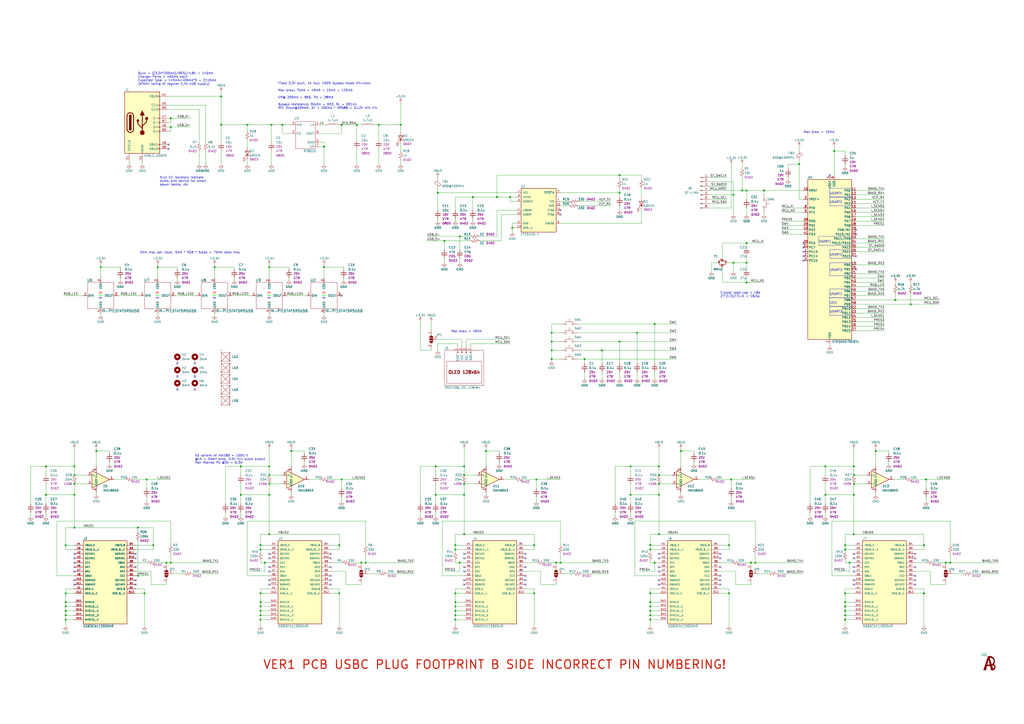
<source format=kicad_sch>
(kicad_sch (version 20230121) (generator eeschema)
  (paper "A2")
  (title_block (title "SilhouetteSync Charger V1") (date "2024-02-27") (rev "1") (company "BCIT BENG 2024") (comment 4 "HW Designer: Anton B"))
  (junction (at 495.3 270.51))
  (junction (at 382.27 280.67))
  (junction (at 88.9 316.23))
  (junction (at 264.16 344.17))
  (junction (at 151.13 359.41))
  (junction (at 483.87 87.63))
  (junction (at 264.16 316.23))
  (junction (at 266.7 326.39))
  (junction (at 151.13 318.77))
  (junction (at 320.04 193.04))
  (junction (at 377.19 318.77))
  (junction (at 269.24 287.02))
  (junction (at 322.58 326.39))
  (junction (at 359.41 111.76))
  (junction (at 252.73 287.02))
  (junction (at 96.52 326.39))
  (junction (at 156.21 287.02))
  (junction (at 264.16 359.41))
  (junction (at 55.88 261.62))
  (junction (at 382.27 287.02))
  (junction (at 257.81 139.7))
  (junction (at 254 111.76))
  (junction (at 264.16 349.25))
  (junction (at 281.94 261.62))
  (junction (at 433.07 152.4))
  (junction (at 99.06 73.66))
  (junction (at 377.19 344.17))
  (junction (at 339.09 208.28))
  (junction (at 309.88 316.23))
  (junction (at 377.19 356.87))
  (junction (at 382.27 275.59))
  (junction (at 433.07 140.97))
  (junction (at 377.19 316.23))
  (junction (at 537.21 278.13))
  (junction (at 492.76 326.39))
  (junction (at 490.22 344.17))
  (junction (at 359.41 101.6))
  (junction (at 320.04 198.12))
  (junction (at 264.16 351.79))
  (junction (at 365.76 270.51))
  (junction (at 139.7 270.51))
  (junction (at 528.32 176.53))
  (junction (at 369.57 193.04))
  (junction (at 433.07 110.49))
  (junction (at 424.18 278.13))
  (junction (at 377.19 359.41))
  (junction (at 269.24 270.51))
  (junction (at 264.16 318.77))
  (junction (at 495.3 287.02))
  (junction (at 124.46 154.94))
  (junction (at 433.07 163.83))
  (junction (at 156.21 154.94))
  (junction (at 394.97 261.62))
  (junction (at 99.06 68.58))
  (junction (at 490.22 354.33))
  (junction (at 425.45 152.4))
  (junction (at 478.79 287.02))
  (junction (at 422.91 316.23))
  (junction (at 38.1 359.41))
  (junction (at 151.13 356.87))
  (junction (at 219.71 72.39))
  (junction (at 320.04 208.28))
  (junction (at 490.22 351.79))
  (junction (at 269.24 309.88))
  (junction (at 156.21 309.88))
  (junction (at 43.18 287.02))
  (junction (at 151.13 349.25))
  (junction (at 535.94 316.23))
  (junction (at 156.21 280.67))
  (junction (at 365.76 287.02))
  (junction (at 443.23 110.49))
  (junction (at 157.48 72.39))
  (junction (at 196.85 344.17))
  (junction (at 196.85 316.23))
  (junction (at 309.88 344.17))
  (junction (at 379.73 326.39))
  (junction (at 264.16 354.33))
  (junction (at 478.79 270.51))
  (junction (at 519.43 173.99))
  (junction (at 58.42 154.94))
  (junction (at 153.67 326.39))
  (junction (at 266.7 137.16))
  (junction (at 43.18 275.59))
  (junction (at 168.91 261.62))
  (junction (at 232.41 72.39))
  (junction (at 187.96 85.09))
  (junction (at 430.53 110.49))
  (junction (at 26.67 270.51))
  (junction (at 99.06 326.39))
  (junction (at 377.19 349.25))
  (junction (at 490.22 349.25))
  (junction (at 85.09 278.13))
  (junction (at 38.1 356.87))
  (junction (at 38.1 344.17))
  (junction (at 490.22 359.41))
  (junction (at 38.1 354.33))
  (junction (at 495.3 275.59))
  (junction (at 490.22 318.77))
  (junction (at 151.13 354.33))
  (junction (at 288.29 114.3))
  (junction (at 43.18 280.67))
  (junction (at 495.3 309.88))
  (junction (at 38.1 316.23))
  (junction (at 198.12 72.39))
  (junction (at 359.41 198.12))
  (junction (at 264.16 356.87))
  (junction (at 43.18 306.07))
  (junction (at 425.45 113.03))
  (junction (at 379.73 187.96))
  (junction (at 490.22 356.87))
  (junction (at 139.7 287.02))
  (junction (at 325.12 326.39))
  (junction (at 151.13 316.23))
  (junction (at 377.19 354.33))
  (junction (at 43.18 270.51))
  (junction (at 143.51 72.39))
  (junction (at 128.27 55.88))
  (junction (at 156.21 275.59))
  (junction (at 209.55 326.39))
  (junction (at 80.01 306.07))
  (junction (at 163.83 72.39))
  (junction (at 156.21 270.51))
  (junction (at 490.22 316.23))
  (junction (at 80.01 334.01))
  (junction (at 495.3 280.67))
  (junction (at 128.27 72.39))
  (junction (at 274.32 114.3))
  (junction (at 151.13 351.79))
  (junction (at 535.94 344.17))
  (junction (at 320.04 203.2))
  (junction (at 382.27 309.88))
  (junction (at 83.82 344.17))
  (junction (at 38.1 349.25))
  (junction (at 508 261.62))
  (junction (at 435.61 326.39))
  (junction (at 382.27 270.51))
  (junction (at 438.15 326.39))
  (junction (at 187.96 154.94))
  (junction (at 207.01 72.39))
  (junction (at 212.09 326.39))
  (junction (at 198.12 278.13))
  (junction (at 377.19 351.79))
  (junction (at 463.55 95.25))
  (junction (at 26.67 287.02))
  (junction (at 422.91 344.17))
  (junction (at 252.73 270.51))
  (junction (at 91.44 154.94))
  (junction (at 548.64 326.39))
  (junction (at 151.13 344.17))
  (junction (at 551.18 326.39))
  (junction (at 349.25 203.2))
  (junction (at 269.24 280.67))
  (junction (at 295.91 114.3))
  (junction (at 38.1 351.79))
  (junction (at 311.15 278.13))
  (junction (at 297.18 132.08))
  (junction (at 269.24 275.59))
  (no_connect (at 417.83 323.85))
  (no_connect (at 78.74 339.09))
  (no_connect (at 269.24 323.85))
  (no_connect (at 466.09 140.97))
  (no_connect (at 43.18 321.31))
  (no_connect (at 269.24 339.09))
  (no_connect (at 191.77 323.85))
  (no_connect (at 495.3 339.09))
  (no_connect (at 113.03 210.82))
  (no_connect (at 43.18 339.09))
  (no_connect (at 530.86 334.01))
  (no_connect (at 417.83 328.93))
  (no_connect (at 191.77 334.01))
  (no_connect (at 325.12 121.92))
  (no_connect (at 496.57 133.35))
  (no_connect (at 156.21 336.55))
  (no_connect (at 417.83 336.55))
  (no_connect (at 417.83 339.09))
  (no_connect (at 530.86 336.55))
  (no_connect (at 43.18 323.85))
  (no_connect (at 269.24 336.55))
  (no_connect (at 466.09 148.59))
  (no_connect (at 304.8 339.09))
  (no_connect (at 43.18 336.55))
  (no_connect (at 496.57 135.89))
  (no_connect (at 191.77 328.93))
  (no_connect (at 304.8 323.85))
  (no_connect (at 156.21 323.85))
  (no_connect (at 156.21 328.93))
  (no_connect (at 495.3 321.31))
  (no_connect (at 417.83 334.01))
  (no_connect (at 113.03 218.44))
  (no_connect (at 382.27 336.55))
  (no_connect (at 495.3 331.47))
  (no_connect (at 156.21 339.09))
  (no_connect (at 102.87 226.06))
  (no_connect (at 481.33 101.6))
  (no_connect (at 382.27 328.93))
  (no_connect (at 495.3 328.93))
  (no_connect (at 43.18 326.39))
  (no_connect (at 382.27 323.85))
  (no_connect (at 269.24 321.31))
  (no_connect (at 466.09 151.13))
  (no_connect (at 530.86 339.09))
  (no_connect (at 325.12 124.46))
  (no_connect (at 304.8 328.93))
  (no_connect (at 382.27 339.09))
  (no_connect (at 530.86 321.31))
  (no_connect (at 496.57 148.59))
  (no_connect (at 304.8 334.01))
  (no_connect (at 269.24 331.47))
  (no_connect (at 304.8 321.31))
  (no_connect (at 78.74 336.55))
  (no_connect (at 102.87 210.82))
  (no_connect (at 113.03 226.06))
  (no_connect (at 269.24 328.93))
  (no_connect (at 495.3 323.85))
  (no_connect (at 191.77 339.09))
  (no_connect (at 191.77 336.55))
  (no_connect (at 43.18 331.47))
  (no_connect (at 382.27 321.31))
  (no_connect (at 417.83 321.31))
  (no_connect (at 466.09 143.51))
  (no_connect (at 495.3 336.55))
  (no_connect (at 97.79 86.36))
  (no_connect (at 530.86 328.93))
  (no_connect (at 102.87 218.44))
  (no_connect (at 496.57 156.21))
  (no_connect (at 156.21 331.47))
  (no_connect (at 97.79 83.82))
  (no_connect (at 43.18 328.93))
  (no_connect (at 78.74 323.85))
  (no_connect (at 191.77 321.31))
  (no_connect (at 466.09 146.05))
  (no_connect (at 198.12 171.45))
  (no_connect (at 78.74 321.31))
  (no_connect (at 304.8 336.55))
  (no_connect (at 382.27 331.47))
  (no_connect (at 156.21 321.31))
  (no_connect (at 530.86 323.85))
  (no_connect (at 78.74 328.93))
  (wire (pts (xy 368.3 334.01) (xy 382.27 334.01)))
  (wire (pts (xy 496.57 110.49) (xy 513.08 110.49)))
  (wire (pts (xy 198.12 72.39) (xy 207.01 72.39)))
  (wire (pts (xy 377.19 356.87) (xy 382.27 356.87)))
  (wire (pts (xy 69.85 154.94) (xy 58.42 154.94)))
  (wire (pts (xy 252.73 280.67) (xy 252.73 287.02)))
  (wire (pts (xy 156.21 280.67) (xy 163.83 280.67)))
  (wire (pts (xy 377.19 341.63) (xy 382.27 341.63)))
  (wire (pts (xy 264.16 344.17) (xy 269.24 344.17)))
  (wire (pts (xy 281.94 285.75) (xy 281.94 287.02)))
  (wire (pts (xy 443.23 110.49) (xy 466.09 110.49)))
  (wire (pts (xy 402.59 267.97) (xy 402.59 269.24)))
  (wire (pts (xy 266.7 137.16) (xy 266.7 144.78)))
  (wire (pts (xy 320.04 193.04) (xy 325.12 193.04)))
  (wire (pts (xy 66.04 278.13) (xy 72.39 278.13)))
  (wire (pts (xy 490.22 363.22) (xy 490.22 359.41)))
  (wire (pts (xy 185.42 77.47) (xy 198.12 77.47)))
  (wire (pts (xy 394.97 261.62) (xy 394.97 270.51)))
  (wire (pts (xy 134.62 171.45) (xy 146.05 171.45)))
  (wire (pts (xy 265.43 199.39) (xy 265.43 200.66)))
  (wire (pts (xy 356.87 270.51) (xy 356.87 292.1)))
  (wire (pts (xy 257.81 149.86) (xy 257.81 152.4)))
  (wire (pts (xy 356.87 297.18) (xy 356.87 299.72)))
  (wire (pts (xy 439.42 332.74) (xy 445.77 332.74)))
  (wire (pts (xy 151.13 344.17) (xy 151.13 341.63)))
  (wire (pts (xy 266.7 331.47) (xy 266.7 326.39)))
  (wire (pts (xy 156.21 181.61) (xy 156.21 182.88)))
  (wire (pts (xy 453.39 120.65) (xy 466.09 120.65)))
  (wire (pts (xy 535.94 318.77) (xy 535.94 316.23)))
  (wire (pts (xy 299.72 129.54) (xy 297.18 129.54)))
  (wire (pts (xy 269.24 326.39) (xy 266.7 326.39)))
  (wire (pts (xy 548.64 337.82) (xy 548.64 339.09)))
  (wire (pts (xy 372.11 109.22) (xy 372.11 114.3)))
  (wire (pts (xy 424.18 95.25) (xy 424.18 120.65)))
  (wire (pts (xy 539.75 331.47) (xy 530.86 331.47)))
  (wire (pts (xy 203.2 326.39) (xy 209.55 326.39)))
  (wire (pts (xy 151.13 351.79) (xy 151.13 349.25)))
  (wire (pts (xy 90.17 326.39) (xy 96.52 326.39)))
  (wire (pts (xy 496.57 125.73) (xy 513.08 125.73)))
  (wire (pts (xy 478.79 270.51) (xy 478.79 275.59)))
  (wire (pts (xy 38.1 341.63) (xy 43.18 341.63)))
  (wire (pts (xy 270.51 196.85) (xy 295.91 196.85)))
  (wire (pts (xy 151.13 318.77) (xy 151.13 320.04)))
  (wire (pts (xy 335.28 208.28) (xy 339.09 208.28)))
  (wire (pts (xy 135.89 154.94) (xy 124.46 154.94)))
  (wire (pts (xy 26.67 287.02) (xy 26.67 292.1)))
  (wire (pts (xy 130.81 270.51) (xy 139.7 270.51)))
  (wire (pts (xy 382.27 270.51) (xy 382.27 275.59)))
  (wire (pts (xy 495.3 309.88) (xy 535.94 309.88)))
  (wire (pts (xy 80.01 306.07) (xy 88.9 306.07)))
  (wire (pts (xy 139.7 287.02) (xy 139.7 292.1)))
  (wire (pts (xy 80.01 306.07) (xy 80.01 308.61)))
  (wire (pts (xy 99.06 302.26) (xy 33.02 302.26)))
  (wire (pts (xy 349.25 215.9) (xy 349.25 219.71)))
  (wire (pts (xy 496.57 189.23) (xy 513.08 189.23)))
  (wire (pts (xy 264.16 114.3) (xy 264.16 121.92)))
  (wire (pts (xy 349.25 203.2) (xy 392.43 203.2)))
  (wire (pts (xy 252.73 270.51) (xy 252.73 275.59)))
  (wire (pts (xy 496.57 143.51) (xy 513.08 143.51)))
  (wire (pts (xy 377.19 316.23) (xy 377.19 309.88)))
  (wire (pts (xy 156.21 260.35) (xy 156.21 270.51)))
  (wire (pts (xy 63.5 267.97) (xy 63.5 269.24)))
  (wire (pts (xy 252.73 297.18) (xy 252.73 299.72)))
  (wire (pts (xy 320.04 193.04) (xy 320.04 198.12)))
  (wire (pts (xy 339.09 208.28) (xy 392.43 208.28)))
  (wire (pts (xy 382.27 280.67) (xy 389.89 280.67)))
  (wire (pts (xy 379.73 326.39) (xy 377.19 326.39)))
  (wire (pts (xy 96.52 326.39) (xy 99.06 326.39)))
  (wire (pts (xy 156.21 287.02) (xy 156.21 309.88)))
  (wire (pts (xy 405.13 278.13) (xy 411.48 278.13)))
  (wire (pts (xy 151.13 351.79) (xy 156.21 351.79)))
  (wire (pts (xy 130.81 297.18) (xy 130.81 299.72)))
  (wire (pts (xy 36.83 171.45) (xy 48.26 171.45)))
  (wire (pts (xy 269.24 270.51) (xy 269.24 275.59)))
  (wire (pts (xy 411.48 105.41) (xy 425.45 105.41)))
  (wire (pts (xy 85.09 278.13) (xy 85.09 283.21)))
  (wire (pts (xy 166.37 171.45) (xy 177.8 171.45)))
  (wire (pts (xy 377.19 318.77) (xy 377.19 316.23)))
  (wire (pts (xy 264.16 363.22) (xy 264.16 359.41)))
  (wire (pts (xy 379.73 187.96) (xy 392.43 187.96)))
  (wire (pts (xy 438.15 321.31) (xy 438.15 326.39)))
  (wire (pts (xy 156.21 154.94) (xy 156.21 161.29)))
  (wire (pts (xy 264.16 349.25) (xy 269.24 349.25)))
  (wire (pts (xy 481.33 199.39) (xy 481.33 200.66)))
  (wire (pts (xy 379.73 187.96) (xy 379.73 210.82)))
  (wire (pts (xy 219.71 72.39) (xy 219.71 81.28)))
  (wire (pts (xy 151.13 309.88) (xy 156.21 309.88)))
  (wire (pts (xy 326.39 332.74) (xy 332.74 332.74)))
  (wire (pts (xy 548.64 326.39) (xy 548.64 327.66)))
  (wire (pts (xy 257.81 331.47) (xy 266.7 331.47)))
  (wire (pts (xy 85.09 288.29) (xy 85.09 290.83)))
  (wire (pts (xy 156.21 309.88) (xy 196.85 309.88)))
  (wire (pts (xy 548.64 326.39) (xy 551.18 326.39)))
  (wire (pts (xy 187.96 95.25) (xy 187.96 85.09)))
  (wire (pts (xy 252.73 287.02) (xy 269.24 287.02)))
  (wire (pts (xy 151.13 354.33) (xy 151.13 351.79)))
  (wire (pts (xy 199.39 161.29) (xy 199.39 162.56)))
  (wire (pts (xy 377.19 351.79) (xy 377.19 349.25)))
  (wire (pts (xy 490.22 349.25) (xy 495.3 349.25)))
  (wire (pts (xy 563.88 332.74) (xy 579.12 332.74)))
  (wire (pts (xy 535.94 341.63) (xy 535.94 344.17)))
  (wire (pts (xy 335.28 203.2) (xy 349.25 203.2)))
  (wire (pts (xy 335.28 187.96) (xy 379.73 187.96)))
  (wire (pts (xy 313.69 339.09) (xy 313.69 331.47)))
  (wire (pts (xy 377.19 309.88) (xy 382.27 309.88)))
  (wire (pts (xy 38.1 316.23) (xy 43.18 316.23)))
  (wire (pts (xy 257.81 139.7) (xy 273.05 139.7)))
  (wire (pts (xy 430.53 102.87) (xy 430.53 110.49)))
  (wire (pts (xy 425.45 113.03) (xy 425.45 124.46)))
  (wire (pts (xy 264.16 316.23) (xy 264.16 309.88)))
  (wire (pts (xy 424.18 288.29) (xy 424.18 290.83)))
  (wire (pts (xy 151.13 316.23) (xy 156.21 316.23)))
  (wire (pts (xy 55.88 285.75) (xy 55.88 287.02)))
  (wire (pts (xy 304.8 344.17) (xy 309.88 344.17)))
  (wire (pts (xy 515.62 262.89) (xy 515.62 261.62)))
  (wire (pts (xy 457.2 95.25) (xy 457.2 97.79)))
  (wire (pts (xy 43.18 280.67) (xy 43.18 287.02)))
  (wire (pts (xy 496.57 184.15) (xy 513.08 184.15)))
  (wire (pts (xy 96.52 337.82) (xy 96.52 339.09)))
  (wire (pts (xy 264.16 356.87) (xy 264.16 354.33)))
  (wire (pts (xy 26.67 297.18) (xy 26.67 299.72)))
  (wire (pts (xy 372.11 101.6) (xy 359.41 101.6)))
  (wire (pts (xy 266.7 149.86) (xy 266.7 152.4)))
  (wire (pts (xy 453.39 128.27) (xy 466.09 128.27)))
  (wire (pts (xy 68.58 171.45) (xy 81.28 171.45)))
  (wire (pts (xy 490.22 344.17) (xy 490.22 341.63)))
  (wire (pts (xy 425.45 105.41) (xy 425.45 113.03)))
  (wire (pts (xy 530.86 344.17) (xy 535.94 344.17)))
  (wire (pts (xy 304.8 341.63) (xy 309.88 341.63)))
  (wire (pts (xy 213.36 332.74) (xy 219.71 332.74)))
  (wire (pts (xy 151.13 359.41) (xy 151.13 356.87)))
  (wire (pts (xy 469.9 270.51) (xy 478.79 270.51)))
  (wire (pts (xy 394.97 261.62) (xy 402.59 261.62)))
  (wire (pts (xy 247.65 139.7) (xy 257.81 139.7)))
  (wire (pts (xy 382.27 326.39) (xy 379.73 326.39)))
  (wire (pts (xy 264.16 326.39) (xy 264.16 325.12)))
  (wire (pts (xy 424.18 278.13) (xy 424.18 283.21)))
  (wire (pts (xy 91.44 181.61) (xy 91.44 182.88)))
  (wire (pts (xy 97.79 60.96) (xy 119.38 60.96)))
  (wire (pts (xy 335.28 116.84) (xy 354.33 116.84)))
  (wire (pts (xy 359.41 215.9) (xy 359.41 219.71)))
  (wire (pts (xy 490.22 318.77) (xy 490.22 316.23)))
  (wire (pts (xy 335.28 193.04) (xy 369.57 193.04)))
  (wire (pts (xy 124.46 181.61) (xy 124.46 182.88)))
  (wire (pts (xy 320.04 198.12) (xy 325.12 198.12)))
  (wire (pts (xy 143.51 72.39) (xy 143.51 76.2)))
  (wire (pts (xy 394.97 260.35) (xy 394.97 261.62)))
  (wire (pts (xy 288.29 114.3) (xy 274.32 114.3)))
  (wire (pts (xy 187.96 181.61) (xy 187.96 182.88)))
  (wire (pts (xy 250.19 203.2) (xy 250.19 201.93)))
  (wire (pts (xy 537.21 288.29) (xy 537.21 290.83)))
  (wire (pts (xy 424.18 120.65) (xy 411.48 120.65)))
  (wire (pts (xy 78.74 318.77) (xy 88.9 318.77)))
  (wire (pts (xy 26.67 270.51) (xy 43.18 270.51)))
  (wire (pts (xy 422.91 318.77) (xy 422.91 316.23)))
  (wire (pts (xy 365.76 270.51) (xy 382.27 270.51)))
  (wire (pts (xy 495.3 326.39) (xy 492.76 326.39)))
  (wire (pts (xy 97.79 68.58) (xy 99.06 68.58)))
  (wire (pts (xy 176.53 262.89) (xy 176.53 261.62)))
  (wire (pts (xy 438.15 326.39) (xy 466.09 326.39)))
  (wire (pts (xy 377.19 326.39) (xy 377.19 325.12)))
  (wire (pts (xy 198.12 77.47) (xy 198.12 72.39)))
  (wire (pts (xy 453.39 133.35) (xy 466.09 133.35)))
  (wire (pts (xy 377.19 354.33) (xy 377.19 351.79)))
  (wire (pts (xy 320.04 208.28) (xy 320.04 209.55)))
  (wire (pts (xy 80.01 334.01) (xy 78.74 334.01)))
  (wire (pts (xy 128.27 87.63) (xy 128.27 95.25)))
  (wire (pts (xy 243.84 186.69) (xy 243.84 203.2)))
  (wire (pts (xy 38.1 306.07) (xy 43.18 306.07)))
  (wire (pts (xy 264.16 341.63) (xy 269.24 341.63)))
  (wire (pts (xy 359.41 101.6) (xy 288.29 101.6)))
  (wire (pts (xy 422.91 344.17) (xy 422.91 363.22)))
  (wire (pts (xy 209.55 326.39) (xy 209.55 327.66)))
  (wire (pts (xy 508 260.35) (xy 508 261.62)))
  (wire (pts (xy 96.52 339.09) (xy 87.63 339.09)))
  (wire (pts (xy 143.51 92.71) (xy 143.51 95.25)))
  (wire (pts (xy 17.78 270.51) (xy 17.78 292.1)))
  (wire (pts (xy 419.1 140.97) (xy 433.07 140.97)))
  (wire (pts (xy 200.66 339.09) (xy 200.66 331.47)))
  (wire (pts (xy 377.19 316.23) (xy 382.27 316.23)))
  (wire (pts (xy 156.21 270.51) (xy 156.21 275.59)))
  (wire (pts (xy 419.1 154.94) (xy 419.1 163.83)))
  (wire (pts (xy 256.54 334.01) (xy 269.24 334.01)))
  (wire (pts (xy 496.57 176.53) (xy 528.32 176.53)))
  (wire (pts (xy 198.12 278.13) (xy 212.09 278.13)))
  (wire (pts (xy 382.27 318.77) (xy 377.19 318.77)))
  (wire (pts (xy 273.05 199.39) (xy 295.91 199.39)))
  (wire (pts (xy 508 285.75) (xy 508 287.02)))
  (wire (pts (xy 274.32 114.3) (xy 274.32 121.92)))
  (wire (pts (xy 490.22 87.63) (xy 490.22 90.17)))
  (wire (pts (xy 167.64 161.29) (xy 167.64 162.56)))
  (wire (pts (xy 443.23 113.03) (xy 443.23 110.49)))
  (wire (pts (xy 43.18 280.67) (xy 50.8 280.67)))
  (wire (pts (xy 368.3 302.26) (xy 368.3 334.01)))
  (wire (pts (xy 483.87 331.47) (xy 492.76 331.47)))
  (wire (pts (xy 157.48 72.39) (xy 163.83 72.39)))
  (wire (pts (xy 167.64 154.94) (xy 156.21 154.94)))
  (wire (pts (xy 325.12 119.38) (xy 330.2 119.38)))
  (wire (pts (xy 490.22 326.39) (xy 490.22 325.12)))
  (wire (pts (xy 290.83 124.46) (xy 299.72 124.46)))
  (wire (pts (xy 320.04 203.2) (xy 320.04 208.28)))
  (wire (pts (xy 422.91 316.23) (xy 422.91 309.88)))
  (wire (pts (xy 87.63 331.47) (xy 78.74 331.47)))
  (wire (pts (xy 421.64 107.95) (xy 411.48 107.95)))
  (wire (pts (xy 457.2 102.87) (xy 457.2 104.14)))
  (wire (pts (xy 372.11 104.14) (xy 372.11 101.6)))
  (wire (pts (xy 99.06 68.58) (xy 110.49 68.58)))
  (wire (pts (xy 433.07 110.49) (xy 443.23 110.49)))
  (wire (pts (xy 325.12 316.23) (xy 325.12 302.26)))
  (wire (pts (xy 33.02 334.01) (xy 43.18 334.01)))
  (wire (pts (xy 144.78 331.47) (xy 153.67 331.47)))
  (wire (pts (xy 518.16 278.13) (xy 524.51 278.13)))
  (wire (pts (xy 356.87 270.51) (xy 365.76 270.51)))
  (wire (pts (xy 252.73 287.02) (xy 252.73 292.1)))
  (wire (pts (xy 97.79 76.2) (xy 99.06 76.2)))
  (wire (pts (xy 85.09 278.13) (xy 99.06 278.13)))
  (wire (pts (xy 102.87 156.21) (xy 102.87 154.94)))
  (wire (pts (xy 495.3 260.35) (xy 495.3 270.51)))
  (wire (pts (xy 151.13 363.22) (xy 151.13 359.41)))
  (wire (pts (xy 247.65 137.16) (xy 266.7 137.16)))
  (wire (pts (xy 377.19 349.25) (xy 377.19 344.17)))
  (wire (pts (xy 232.41 83.82) (xy 232.41 87.63)))
  (wire (pts (xy 264.16 359.41) (xy 264.16 356.87)))
  (wire (pts (xy 274.32 127) (xy 274.32 128.27)))
  (wire (pts (xy 463.55 95.25) (xy 457.2 95.25)))
  (wire (pts (xy 266.7 137.16) (xy 273.05 137.16)))
  (wire (pts (xy 463.55 115.57) (xy 466.09 115.57)))
  (wire (pts (xy 196.85 316.23) (xy 196.85 309.88)))
  (wire (pts (xy 377.19 356.87) (xy 377.19 354.33)))
  (wire (pts (xy 496.57 173.99) (xy 519.43 173.99)))
  (wire (pts (xy 288.29 121.92) (xy 299.72 121.92)))
  (wire (pts (xy 209.55 339.09) (xy 200.66 339.09)))
  (wire (pts (xy 128.27 53.34) (xy 128.27 55.88)))
  (wire (pts (xy 187.96 82.55) (xy 185.42 82.55)))
  (wire (pts (xy 495.3 287.02) (xy 495.3 309.88)))
  (wire (pts (xy 139.7 297.18) (xy 139.7 299.72)))
  (wire (pts (xy 252.73 270.51) (xy 269.24 270.51)))
  (wire (pts (xy 102.87 154.94) (xy 91.44 154.94)))
  (wire (pts (xy 43.18 306.07) (xy 80.01 306.07)))
  (wire (pts (xy 490.22 316.23) (xy 495.3 316.23)))
  (wire (pts (xy 412.75 157.48) (xy 412.75 152.4)))
  (wire (pts (xy 264.16 356.87) (xy 269.24 356.87)))
  (wire (pts (xy 372.11 121.92) (xy 372.11 129.54)))
  (wire (pts (xy 519.43 173.99) (xy 544.83 173.99)))
  (wire (pts (xy 311.15 278.13) (xy 325.12 278.13)))
  (wire (pts (xy 304.8 318.77) (xy 309.88 318.77)))
  (wire (pts (xy 377.19 351.79) (xy 382.27 351.79)))
  (wire (pts (xy 38.1 351.79) (xy 38.1 349.25)))
  (wire (pts (xy 168.91 261.62) (xy 168.91 270.51)))
  (wire (pts (xy 495.3 280.67) (xy 495.3 287.02)))
  (wire (pts (xy 490.22 359.41) (xy 490.22 356.87)))
  (wire (pts (xy 157.48 72.39) (xy 157.48 82.55)))
  (wire (pts (xy 519.43 170.18) (xy 519.43 173.99)))
  (wire (pts (xy 119.38 82.55) (xy 119.38 60.96)))
  (wire (pts (xy 490.22 351.79) (xy 490.22 349.25)))
  (wire (pts (xy 411.48 115.57) (xy 421.64 115.57)))
  (wire (pts (xy 151.13 318.77) (xy 151.13 316.23)))
  (wire (pts (xy 38.1 356.87) (xy 38.1 354.33)))
  (wire (pts (xy 100.33 332.74) (xy 106.68 332.74)))
  (wire (pts (xy 433.07 140.97) (xy 433.07 143.51)))
  (wire (pts (xy 88.9 316.23) (xy 88.9 306.07)))
  (wire (pts (xy 551.18 302.26) (xy 482.6 302.26)))
  (wire (pts (xy 492.76 326.39) (xy 490.22 326.39)))
  (wire (pts (xy 17.78 297.18) (xy 17.78 299.72)))
  (wire (pts (xy 322.58 326.39) (xy 325.12 326.39)))
  (wire (pts (xy 322.58 326.39) (xy 322.58 327.66)))
  (wire (pts (xy 359.41 198.12) (xy 359.41 210.82)))
  (wire (pts (xy 496.57 179.07) (xy 513.08 179.07)))
  (wire (pts (xy 496.57 113.03) (xy 513.08 113.03)))
  (wire (pts (xy 495.3 318.77) (xy 490.22 318.77)))
  (wire (pts (xy 295.91 114.3) (xy 288.29 114.3)))
  (wire (pts (xy 33.02 302.26) (xy 33.02 334.01)))
  (wire (pts (xy 212.09 326.39) (xy 240.03 326.39)))
  (wire (pts (xy 139.7 270.51) (xy 156.21 270.51)))
  (wire (pts (xy 299.72 116.84) (xy 295.91 116.84)))
  (wire (pts (xy 157.48 87.63) (xy 157.48 95.25)))
  (wire (pts (xy 325.12 116.84) (xy 330.2 116.84)))
  (wire (pts (xy 422.91 341.63) (xy 422.91 344.17)))
  (wire (pts (xy 274.32 114.3) (xy 264.16 114.3)))
  (wire (pts (xy 377.19 359.41) (xy 377.19 356.87)))
  (wire (pts (xy 38.1 351.79) (xy 43.18 351.79)))
  (wire (pts (xy 478.79 287.02) (xy 495.3 287.02)))
  (wire (pts (xy 69.85 156.21) (xy 69.85 154.94)))
  (wire (pts (xy 156.21 318.77) (xy 151.13 318.77)))
  (wire (pts (xy 438.15 316.23) (xy 438.15 302.26)))
  (wire (pts (xy 26.67 270.51) (xy 26.67 275.59)))
  (wire (pts (xy 151.13 354.33) (xy 156.21 354.33)))
  (wire (pts (xy 151.13 344.17) (xy 156.21 344.17)))
  (wire (pts (xy 490.22 354.33) (xy 490.22 351.79)))
  (wire (pts (xy 411.48 113.03) (xy 425.45 113.03)))
  (wire (pts (xy 97.79 55.88) (xy 128.27 55.88)))
  (wire (pts (xy 151.13 349.25) (xy 156.21 349.25)))
  (wire (pts (xy 496.57 146.05) (xy 513.08 146.05)))
  (wire (pts (xy 198.12 288.29) (xy 198.12 290.83)))
  (wire (pts (xy 130.81 270.51) (xy 130.81 292.1)))
  (wire (pts (xy 190.5 278.13) (xy 198.12 278.13)))
  (wire (pts (xy 135.89 156.21) (xy 135.89 154.94)))
  (wire (pts (xy 421.64 102.87) (xy 411.48 102.87)))
  (wire (pts (xy 38.1 344.17) (xy 38.1 341.63)))
  (wire (pts (xy 483.87 87.63) (xy 483.87 101.6)))
  (wire (pts (xy 382.27 309.88) (xy 422.91 309.88)))
  (wire (pts (xy 143.51 334.01) (xy 156.21 334.01)))
  (wire (pts (xy 530.86 326.39) (xy 537.21 326.39)))
  (wire (pts (xy 377.19 359.41) (xy 382.27 359.41)))
  (wire (pts (xy 254 203.2) (xy 254 199.39)))
  (wire (pts (xy 339.09 215.9) (xy 339.09 219.71)))
  (wire (pts (xy 187.96 85.09) (xy 187.96 82.55)))
  (wire (pts (xy 269.24 280.67) (xy 269.24 287.02)))
  (wire (pts (xy 55.88 261.62) (xy 63.5 261.62)))
  (wire (pts (xy 101.6 171.45) (xy 114.3 171.45)))
  (wire (pts (xy 295.91 116.84) (xy 295.91 114.3)))
  (wire (pts (xy 151.13 359.41) (xy 156.21 359.41)))
  (wire (pts (xy 478.79 297.18) (xy 478.79 299.72)))
  (wire (pts (xy 257.81 139.7) (xy 257.81 144.78)))
  (wire (pts (xy 26.67 287.02) (xy 43.18 287.02)))
  (wire (pts (xy 264.16 359.41) (xy 269.24 359.41)))
  (wire (pts (xy 38.1 363.22) (xy 38.1 359.41)))
  (wire (pts (xy 337.82 332.74) (xy 353.06 332.74)))
  (wire (pts (xy 254 199.39) (xy 265.43 199.39)))
  (wire (pts (xy 299.72 114.3) (xy 295.91 114.3)))
  (wire (pts (xy 411.48 118.11) (xy 421.64 118.11)))
  (wire (pts (xy 151.13 349.25) (xy 151.13 344.17)))
  (wire (pts (xy 490.22 349.25) (xy 490.22 344.17)))
  (wire (pts (xy 96.52 326.39) (xy 96.52 327.66)))
  (wire (pts (xy 91.44 154.94) (xy 91.44 161.29)))
  (wire (pts (xy 199.39 156.21) (xy 199.39 154.94)))
  (wire (pts (xy 139.7 287.02) (xy 156.21 287.02)))
  (wire (pts (xy 196.85 318.77) (xy 196.85 316.23)))
  (wire (pts (xy 69.85 161.29) (xy 69.85 162.56)))
  (wire (pts (xy 320.04 187.96) (xy 320.04 193.04)))
  (wire (pts (xy 43.18 260.35) (xy 43.18 270.51)))
  (wire (pts (xy 58.42 153.67) (xy 58.42 154.94)))
  (wire (pts (xy 102.87 161.29) (xy 102.87 162.56)))
  (wire (pts (xy 316.23 326.39) (xy 322.58 326.39)))
  (wire (pts (xy 535.94 344.17) (xy 535.94 363.22)))
  (wire (pts (xy 417.83 318.77) (xy 422.91 318.77)))
  (wire (pts (xy 320.04 208.28) (xy 325.12 208.28)))
  (wire (pts (xy 196.85 316.23) (xy 191.77 316.23)))
  (wire (pts (xy 264.16 318.77) (xy 264.16 320.04)))
  (wire (pts (xy 417.83 326.39) (xy 424.18 326.39)))
  (wire (pts (xy 243.84 297.18) (xy 243.84 299.72)))
  (wire (pts (xy 325.12 326.39) (xy 353.06 326.39)))
  (wire (pts (xy 269.24 309.88) (xy 309.88 309.88)))
  (wire (pts (xy 219.71 72.39) (xy 232.41 72.39)))
  (wire (pts (xy 55.88 260.35) (xy 55.88 261.62)))
  (wire (pts (xy 325.12 111.76) (xy 359.41 111.76)))
  (wire (pts (xy 433.07 152.4) (xy 433.07 156.21)))
  (wire (pts (xy 288.29 101.6) (xy 288.29 114.3)))
  (wire (pts (xy 490.22 95.25) (xy 490.22 96.52)))
  (wire (pts (xy 490.22 316.23) (xy 490.22 309.88)))
  (wire (pts (xy 128.27 55.88) (xy 128.27 72.39)))
  (wire (pts (xy 269.24 318.77) (xy 264.16 318.77)))
  (wire (pts (xy 82.55 93.98) (xy 82.55 95.25)))
  (wire (pts (xy 111.76 332.74) (xy 127 332.74)))
  (wire (pts (xy 335.28 119.38) (xy 354.33 119.38)))
  (wire (pts (xy 551.18 321.31) (xy 551.18 326.39)))
  (wire (pts (xy 508 261.62) (xy 515.62 261.62)))
  (wire (pts (xy 156.21 275.59) (xy 163.83 275.59)))
  (wire (pts (xy 539.75 339.09) (xy 539.75 331.47)))
  (wire (pts (xy 412.75 152.4) (xy 416.56 152.4)))
  (wire (pts (xy 495.3 275.59) (xy 502.92 275.59)))
  (wire (pts (xy 99.06 316.23) (xy 99.06 302.26)))
  (wire (pts (xy 128.27 72.39) (xy 143.51 72.39)))
  (wire (pts (xy 297.18 132.08) (xy 297.18 134.62)))
  (wire (pts (xy 496.57 138.43) (xy 513.08 138.43)))
  (wire (pts (xy 469.9 297.18) (xy 469.9 299.72)))
  (wire (pts (xy 528.32 176.53) (xy 544.83 176.53)))
  (wire (pts (xy 289.56 262.89) (xy 289.56 261.62)))
  (wire (pts (xy 450.85 332.74) (xy 466.09 332.74)))
  (wire (pts (xy 297.18 129.54) (xy 297.18 132.08)))
  (wire (pts (xy 433.07 161.29) (xy 433.07 163.83)))
  (wire (pts (xy 153.67 331.47) (xy 153.67 326.39)))
  (wire (pts (xy 254 109.22) (xy 254 111.76)))
  (wire (pts (xy 417.83 341.63) (xy 422.91 341.63)))
  (wire (pts (xy 115.57 63.5) (xy 115.57 82.55)))
  (wire (pts (xy 377.19 318.77) (xy 377.19 320.04)))
  (wire (pts (xy 207.01 72.39) (xy 207.01 81.28)))
  (wire (pts (xy 394.97 285.75) (xy 394.97 287.02)))
  (wire (pts (xy 435.61 337.82) (xy 435.61 339.09)))
  (wire (pts (xy 290.83 139.7) (xy 290.83 124.46)))
  (wire (pts (xy 269.24 260.35) (xy 269.24 270.51)))
  (wire (pts (xy 187.96 154.94) (xy 199.39 154.94)))
  (wire (pts (xy 156.21 153.67) (xy 156.21 154.94)))
  (wire (pts (xy 369.57 193.04) (xy 392.43 193.04)))
  (wire (pts (xy 496.57 118.11) (xy 513.08 118.11)))
  (wire (pts (xy 528.32 170.18) (xy 528.32 176.53)))
  (wire (pts (xy 151.13 356.87) (xy 151.13 354.33)))
  (wire (pts (xy 320.04 187.96) (xy 325.12 187.96)))
  (wire (pts (xy 369.57 215.9) (xy 369.57 219.71)))
  (wire (pts (xy 273.05 200.66) (xy 273.05 199.39)))
  (wire (pts (xy 309.88 341.63) (xy 309.88 344.17)))
  (wire (pts (xy 207.01 72.39) (xy 209.55 72.39)))
  (wire (pts (xy 151.13 341.63) (xy 156.21 341.63)))
  (wire (pts (xy 309.88 318.77) (xy 309.88 316.23)))
  (wire (pts (xy 482.6 302.26) (xy 482.6 334.01)))
  (wire (pts (xy 179.07 278.13) (xy 185.42 278.13)))
  (wire (pts (xy 377.19 354.33) (xy 382.27 354.33)))
  (wire (pts (xy 496.57 191.77) (xy 513.08 191.77)))
  (wire (pts (xy 377.19 344.17) (xy 377.19 341.63)))
  (wire (pts (xy 151.13 326.39) (xy 151.13 325.12)))
  (wire (pts (xy 43.18 270.51) (xy 43.18 275.59)))
  (wire (pts (xy 191.77 318.77) (xy 196.85 318.77)))
  (wire (pts (xy 425.45 152.4) (xy 421.64 152.4)))
  (wire (pts (xy 453.39 123.19) (xy 466.09 123.19)))
  (wire (pts (xy 196.85 344.17) (xy 196.85 363.22)))
  (wire (pts (xy 78.74 326.39) (xy 85.09 326.39)))
  (wire (pts (xy 55.88 261.62) (xy 55.88 270.51)))
  (wire (pts (xy 359.41 104.14) (xy 359.41 101.6)))
  (wire (pts (xy 80.01 313.69) (xy 80.01 334.01)))
  (wire (pts (xy 425.45 157.48) (xy 425.45 152.4)))
  (wire (pts (xy 433.07 148.59) (xy 433.07 152.4)))
  (wire (pts (xy 304.8 326.39) (xy 311.15 326.39)))
  (wire (pts (xy 243.84 270.51) (xy 243.84 292.1)))
  (wire (pts (xy 38.1 349.25) (xy 38.1 344.17)))
  (wire (pts (xy 483.87 87.63) (xy 490.22 87.63)))
  (wire (pts (xy 163.83 77.47) (xy 163.83 72.39)))
  (wire (pts (xy 209.55 337.82) (xy 209.55 339.09)))
  (wire (pts (xy 320.04 198.12) (xy 320.04 203.2)))
  (wire (pts (xy 311.15 278.13) (xy 311.15 283.21)))
  (wire (pts (xy 97.79 63.5) (xy 115.57 63.5)))
  (wire (pts (xy 496.57 171.45) (xy 513.08 171.45)))
  (wire (pts (xy 99.06 321.31) (xy 99.06 326.39)))
  (wire (pts (xy 266.7 326.39) (xy 264.16 326.39)))
  (wire (pts (xy 365.76 280.67) (xy 365.76 287.02)))
  (wire (pts (xy 435.61 326.39) (xy 435.61 327.66)))
  (wire (pts (xy 124.46 153.67) (xy 124.46 154.94)))
  (wire (pts (xy 119.38 87.63) (xy 119.38 95.25)))
  (wire (pts (xy 281.94 261.62) (xy 281.94 270.51)))
  (wire (pts (xy 313.69 331.47) (xy 304.8 331.47)))
  (wire (pts (xy 379.73 215.9) (xy 379.73 219.71)))
  (wire (pts (xy 430.53 110.49) (xy 433.07 110.49)))
  (wire (pts (xy 83.82 344.17) (xy 83.82 363.22)))
  (wire (pts (xy 320.04 203.2) (xy 325.12 203.2)))
  (wire (pts (xy 185.42 85.09) (xy 187.96 85.09)))
  (wire (pts (xy 38.1 344.17) (xy 43.18 344.17)))
  (wire (pts (xy 124.46 154.94) (xy 124.46 161.29)))
  (wire (pts (xy 490.22 309.88) (xy 495.3 309.88)))
  (wire (pts (xy 80.01 334.01) (xy 86.36 334.01)))
  (wire (pts (xy 78.74 344.17) (xy 83.82 344.17)))
  (wire (pts (xy 365.76 297.18) (xy 365.76 299.72)))
  (wire (pts (xy 269.24 287.02) (xy 269.24 309.88)))
  (wire (pts (xy 143.51 72.39) (xy 157.48 72.39)))
  (wire (pts (xy 426.72 331.47) (xy 417.83 331.47)))
  (wire (pts (xy 43.18 318.77) (xy 38.1 318.77)))
  (wire (pts (xy 416.56 278.13) (xy 424.18 278.13)))
  (wire (pts (xy 212.09 302.26) (xy 143.51 302.26)))
  (wire (pts (xy 143.51 302.26) (xy 143.51 334.01)))
  (wire (pts (xy 359.41 109.22) (xy 359.41 111.76)))
  (wire (pts (xy 17.78 270.51) (xy 26.67 270.51)))
  (wire (pts (xy 243.84 270.51) (xy 252.73 270.51)))
  (wire (pts (xy 78.74 316.23) (xy 88.9 316.23)))
  (wire (pts (xy 339.09 208.28) (xy 339.09 210.82)))
  (wire (pts (xy 91.44 153.67) (xy 91.44 154.94)))
  (wire (pts (xy 269.24 280.67) (xy 276.86 280.67)))
  (wire (pts (xy 322.58 337.82) (xy 322.58 339.09)))
  (wire (pts (xy 359.41 111.76) (xy 359.41 114.3)))
  (wire (pts (xy 535.94 316.23) (xy 530.86 316.23)))
  (wire (pts (xy 38.1 356.87) (xy 43.18 356.87)))
  (wire (pts (xy 478.79 270.51) (xy 495.3 270.51)))
  (wire (pts (xy 429.26 326.39) (xy 435.61 326.39)))
  (wire (pts (xy 422.91 316.23) (xy 417.83 316.23)))
  (wire (pts (xy 43.18 275.59) (xy 50.8 275.59)))
  (wire (pts (xy 530.86 341.63) (xy 535.94 341.63)))
  (wire (pts (xy 256.54 302.26) (xy 256.54 334.01)))
  (wire (pts (xy 382.27 280.67) (xy 382.27 287.02)))
  (wire (pts (xy 191.77 344.17) (xy 196.85 344.17)))
  (wire (pts (xy 425.45 152.4) (xy 433.07 152.4)))
  (wire (pts (xy 264.16 354.33) (xy 269.24 354.33)))
  (wire (pts (xy 38.1 359.41) (xy 38.1 356.87)))
  (wire (pts (xy 176.53 267.97) (xy 176.53 269.24)))
  (wire (pts (xy 303.53 278.13) (xy 311.15 278.13)))
  (wire (pts (xy 97.79 71.12) (xy 99.06 71.12)))
  (wire (pts (xy 200.66 331.47) (xy 191.77 331.47)))
  (wire (pts (xy 417.83 344.17) (xy 422.91 344.17)))
  (wire (pts (xy 135.89 161.29) (xy 135.89 162.56)))
  (wire (pts (xy 151.13 356.87) (xy 156.21 356.87)))
  (wire (pts (xy 463.55 85.09) (xy 463.55 87.63)))
  (wire (pts (xy 535.94 316.23) (xy 535.94 309.88)))
  (wire (pts (xy 88.9 318.77) (xy 88.9 316.23)))
  (wire (pts (xy 167.64 156.21) (xy 167.64 154.94)))
  (wire (pts (xy 325.12 302.26) (xy 256.54 302.26)))
  (wire (pts (xy 496.57 166.37) (xy 513.08 166.37)))
  (wire (pts (xy 168.91 260.35) (xy 168.91 261.62)))
  (wire (pts (xy 496.57 161.29) (xy 513.08 161.29)))
  (wire (pts (xy 38.1 349.25) (xy 43.18 349.25)))
  (wire (pts (xy 264.16 351.79) (xy 269.24 351.79)))
  (wire (pts (xy 99.06 73.66) (xy 97.79 73.66)))
  (wire (pts (xy 309.88 316.23) (xy 309.88 309.88)))
  (wire (pts (xy 382.27 275.59) (xy 389.89 275.59)))
  (wire (pts (xy 232.41 92.71) (xy 232.41 95.25)))
  (wire (pts (xy 99.06 76.2) (xy 99.06 73.66)))
  (wire (pts (xy 443.23 123.19) (xy 443.23 124.46)))
  (wire (pts (xy 128.27 72.39) (xy 128.27 82.55)))
  (wire (pts (xy 250.19 186.69) (xy 250.19 191.77)))
  (wire (pts (xy 496.57 120.65) (xy 513.08 120.65)))
  (wire (pts (xy 490.22 344.17) (xy 495.3 344.17)))
  (wire (pts (xy 281.94 261.62) (xy 289.56 261.62)))
  (wire (pts (xy 156.21 280.67) (xy 156.21 287.02)))
  (wire (pts (xy 496.57 163.83) (xy 513.08 163.83)))
  (wire (pts (xy 490.22 354.33) (xy 495.3 354.33)))
  (wire (pts (xy 490.22 356.87) (xy 495.3 356.87)))
  (wire (pts (xy 187.96 153.67) (xy 187.96 154.94)))
  (wire (pts (xy 58.42 154.94) (xy 58.42 161.29)))
  (wire (pts (xy 212.09 316.23) (xy 212.09 302.26)))
  (wire (pts (xy 466.09 135.89) (xy 453.39 135.89)))
  (wire (pts (xy 63.5 262.89) (xy 63.5 261.62)))
  (wire (pts (xy 478.79 287.02) (xy 478.79 292.1)))
  (wire (pts (xy 83.82 341.63) (xy 83.82 344.17)))
  (wire (pts (xy 478.79 280.67) (xy 478.79 287.02)))
  (wire (pts (xy 402.59 262.89) (xy 402.59 261.62)))
  (wire (pts (xy 299.72 111.76) (xy 254 111.76)))
  (wire (pts (xy 433.07 120.65) (xy 433.07 124.46)))
  (wire (pts (xy 490.22 351.79) (xy 495.3 351.79)))
  (wire (pts (xy 219.71 86.36) (xy 219.71 95.25)))
  (wire (pts (xy 335.28 198.12) (xy 359.41 198.12)))
  (wire (pts (xy 292.1 278.13) (xy 298.45 278.13)))
  (wire (pts (xy 490.22 359.41) (xy 495.3 359.41)))
  (wire (pts (xy 542.29 326.39) (xy 548.64 326.39)))
  (wire (pts (xy 87.63 339.09) (xy 87.63 331.47)))
  (wire (pts (xy 382.27 260.35) (xy 382.27 270.51)))
  (wire (pts (xy 38.1 354.33) (xy 43.18 354.33)))
  (wire (pts (xy 382.27 287.02) (xy 382.27 309.88)))
  (wire (pts (xy 537.21 278.13) (xy 537.21 283.21)))
  (wire (pts (xy 207.01 86.36) (xy 207.01 95.25)))
  (wire (pts (xy 551.18 316.23) (xy 551.18 302.26)))
  (wire (pts (xy 483.87 85.09) (xy 483.87 87.63)))
  (wire (pts (xy 153.67 326.39) (xy 151.13 326.39)))
  (wire (pts (xy 77.47 278.13) (xy 85.09 278.13)))
  (wire (pts (xy 548.64 339.09) (xy 539.75 339.09)))
  (wire (pts (xy 196.85 341.63) (xy 196.85 344.17)))
  (wire (pts (xy 254 102.87) (xy 254 104.14)))
  (wire (pts (xy 78.74 341.63) (xy 83.82 341.63)))
  (wire (pts (xy 469.9 270.51) (xy 469.9 292.1)))
  (wire (pts (xy 490.22 341.63) (xy 495.3 341.63)))
  (wire (pts (xy 187.96 154.94) (xy 187.96 161.29)))
  (wire (pts (xy 74.93 93.98) (xy 74.93 95.25)))
  (wire (pts (xy 43.18 287.02) (xy 43.18 306.07)))
  (wire (pts (xy 433.07 110.49) (xy 433.07 115.57)))
  (wire (pts (xy 281.94 260.35) (xy 281.94 261.62)))
  (wire (pts (xy 495.3 270.51) (xy 495.3 275.59)))
  (wire (pts (xy 495.3 280.67) (xy 502.92 280.67)))
  (wire (pts (xy 496.57 130.81) (xy 513.08 130.81)))
  (wire (pts (xy 254 111.76) (xy 254 121.92)))
  (wire (pts (xy 38.1 316.23) (xy 38.1 306.07)))
  (wire (pts (xy 156.21 326.39) (xy 153.67 326.39)))
  (wire (pts (xy 530.86 318.77) (xy 535.94 318.77)))
  (wire (pts (xy 309.88 316.23) (xy 304.8 316.23)))
  (wire (pts (xy 38.1 359.41) (xy 43.18 359.41)))
  (wire (pts (xy 185.42 72.39) (xy 189.23 72.39)))
  (wire (pts (xy 99.06 326.39) (xy 127 326.39)))
  (wire (pts (xy 377.19 363.22) (xy 377.19 359.41)))
  (wire (pts (xy 372.11 129.54) (xy 325.12 129.54)))
  (wire (pts (xy 269.24 275.59) (xy 276.86 275.59)))
  (wire (pts (xy 270.51 196.85) (xy 270.51 200.66)))
  (wire (pts (xy 151.13 316.23) (xy 151.13 309.88)))
  (wire (pts (xy 264.16 309.88) (xy 269.24 309.88)))
  (wire (pts (xy 492.76 331.47) (xy 492.76 326.39)))
  (wire (pts (xy 191.77 341.63) (xy 196.85 341.63)))
  (wire (pts (xy 359.41 198.12) (xy 392.43 198.12)))
  (wire (pts (xy 99.06 71.12) (xy 99.06 68.58)))
  (wire (pts (xy 297.18 132.08) (xy 299.72 132.08)))
  (wire (pts (xy 278.13 137.16) (xy 288.29 137.16)))
  (wire (pts (xy 232.41 72.39) (xy 232.41 76.2)))
  (wire (pts (xy 369.57 193.04) (xy 369.57 210.82)))
  (wire (pts (xy 365.76 287.02) (xy 365.76 292.1)))
  (wire (pts (xy 232.41 59.69) (xy 232.41 72.39)))
  (wire (pts (xy 411.48 110.49) (xy 430.53 110.49)))
  (wire (pts (xy 435.61 339.09) (xy 426.72 339.09)))
  (wire (pts (xy 496.57 140.97) (xy 513.08 140.97)))
  (wire (pts (xy 163.83 72.39) (xy 168.91 72.39)))
  (wire (pts (xy 288.29 137.16) (xy 288.29 121.92)))
  (wire (pts (xy 168.91 285.75) (xy 168.91 287.02)))
  (wire (pts (xy 38.1 318.77) (xy 38.1 316.23)))
  (wire (pts (xy 38.1 354.33) (xy 38.1 351.79)))
  (wire (pts (xy 463.55 92.71) (xy 463.55 95.25)))
  (wire (pts (xy 264.16 354.33) (xy 264.16 351.79)))
  (wire (pts (xy 496.57 123.19) (xy 513.08 123.19)))
  (wire (pts (xy 551.18 326.39) (xy 579.12 326.39)))
  (wire (pts (xy 278.13 139.7) (xy 290.83 139.7)))
  (wire (pts (xy 496.57 186.69) (xy 513.08 186.69)))
  (wire (pts (xy 254 127) (xy 254 128.27)))
  (wire (pts (xy 267.97 196.85) (xy 254 196.85)))
  (wire (pts (xy 453.39 130.81) (xy 466.09 130.81)))
  (wire (pts (xy 433.07 140.97) (xy 443.23 140.97)))
  (wire (pts (xy 139.7 270.51) (xy 139.7 275.59)))
  (wire (pts (xy 311.15 288.29) (xy 311.15 290.83)))
  (wire (pts (xy 191.77 326.39) (xy 198.12 326.39)))
  (wire (pts (xy 490.22 356.87) (xy 490.22 354.33)))
  (wire (pts (xy 482.6 334.01) (xy 495.3 334.01)))
  (wire (pts (xy 264.16 349.25) (xy 264.16 344.17)))
  (wire (pts (xy 463.55 95.25) (xy 463.55 115.57)))
  (wire (pts (xy 515.62 267.97) (xy 515.62 269.24)))
  (wire (pts (xy 209.55 326.39) (xy 212.09 326.39)))
  (wire (pts (xy 435.61 326.39) (xy 438.15 326.39)))
  (wire (pts (xy 370.84 331.47) (xy 379.73 331.47)))
  (wire (pts (xy 496.57 168.91) (xy 513.08 168.91)))
  (wire (pts (xy 198.12 72.39) (xy 196.85 72.39)))
  (wire (pts (xy 168.91 77.47) (xy 163.83 77.47)))
  (wire (pts (xy 496.57 181.61) (xy 513.08 181.61)))
  (wire (pts (xy 322.58 339.09) (xy 313.69 339.09)))
  (wire (pts (xy 419.1 140.97) (xy 419.1 149.86)))
  (wire (pts (xy 365.76 270.51) (xy 365.76 275.59)))
  (wire (pts (xy 359.41 119.38) (xy 359.41 121.92)))
  (wire (pts (xy 424.18 278.13) (xy 438.15 278.13)))
  (wire (pts (xy 217.17 72.39) (xy 219.71 72.39)))
  (wire (pts (xy 58.42 181.61) (xy 58.42 182.88)))
  (wire (pts (xy 528.32 163.83) (xy 528.32 165.1)))
  (wire (pts (xy 496.57 158.75) (xy 513.08 158.75)))
  (wire (pts (xy 139.7 280.67) (xy 139.7 287.02)))
  (wire (pts (xy 496.57 153.67) (xy 513.08 153.67)))
  (wire (pts (xy 438.15 302.26) (xy 368.3 302.26)))
  (wire (pts (xy 224.79 332.74) (xy 240.03 332.74)))
  (wire (pts (xy 99.06 73.66) (xy 110.49 73.66)))
  (wire (pts (xy 264.16 316.23) (xy 269.24 316.23)))
  (wire (pts (xy 379.73 331.47) (xy 379.73 326.39)))
  (wire (pts (xy 289.56 267.97) (xy 289.56 269.24)))
  (wire (pts (xy 496.57 128.27) (xy 513.08 128.27)))
  (wire (pts (xy 529.59 278.13) (xy 537.21 278.13)))
  (wire (pts (xy 433.07 163.83) (xy 443.23 163.83)))
  (wire (pts (xy 490.22 318.77) (xy 490.22 320.04)))
  (wire (pts (xy 264.16 127) (xy 264.16 128.27)))
  (wire (pts (xy 243.84 203.2) (xy 250.19 203.2)))
  (wire (pts (xy 537.21 278.13) (xy 551.18 278.13)))
  (wire (pts (xy 212.09 321.31) (xy 212.09 326.39)))
  (wire (pts (xy 115.57 87.63) (xy 115.57 95.25)))
  (wire (pts (xy 430.53 95.25) (xy 430.53 97.79)))
  (wire (pts (xy 264.16 344.17) (xy 264.16 341.63)))
  (wire (pts (xy 325.12 321.31) (xy 325.12 326.39)))
  (wire (pts (xy 168.91 261.62) (xy 176.53 261.62)))
  (wire (pts (xy 26.67 280.67) (xy 26.67 287.02)))
  (wire (pts (xy 426.72 339.09) (xy 426.72 331.47)))
  (wire (pts (xy 267.97 200.66) (xy 267.97 196.85)))
  (wire (pts (xy 496.57 115.57) (xy 513.08 115.57)))
  (wire (pts (xy 198.12 278.13) (xy 198.12 283.21)))
  (wire (pts (xy 377.19 344.17) (xy 382.27 344.17)))
  (wire (pts (xy 419.1 163.83) (xy 433.07 163.83)))
  (wire (pts (xy 264.16 351.79) (xy 264.16 349.25)))
  (wire (pts (xy 264.16 318.77) (xy 264.16 316.23)))
  (wire (pts (xy 365.76 287.02) (xy 382.27 287.02)))
  (wire (pts (xy 519.43 163.83) (xy 519.43 165.1)))
  (wire (pts (xy 552.45 332.74) (xy 558.8 332.74)))
  (wire (pts (xy 349.25 203.2) (xy 349.25 210.82)))
  (wire (pts (xy 309.88 344.17) (xy 309.88 363.22)))
  (wire (pts (xy 508 261.62) (xy 508 270.51)))
  (wire (pts (xy 143.51 81.28) (xy 143.51 85.09)))
  (wire (pts (xy 377.19 349.25) (xy 382.27 349.25)))
  (rectangle (start 481.33 114.3) (end 494.03 119.38))
  (rectangle (start 481.33 152.4) (end 494.03 160.02))
  (rectangle (start 481.33 177.8) (end 494.03 182.88))
  (rectangle (start 481.33 109.22) (end 494.03 114.3))
  (rectangle (start 481.33 172.72) (end 494.03 177.8))
  (rectangle (start 481.33 167.64) (end 494.03 172.72))
  (rectangle (start 481.33 144.78) (end 494.03 149.86))
  (rectangle (start 474.98 137.16) (end 494.03 142.24))
  (text "VER1 PCB USBC PLUG FOOTPRINT B SIDE INCORRECT PIN NUMBERING!" (at 152.4 388.62 0) (effects (font (size 5 5) (thickness 0.6) bold) (justify left bottom)))
  (text "USART1" (at 481.33 171.45 0) (effects (font (size 1.27 1.27)) (justify left bottom)))
  (text "USART4" (at 481.33 113.03 0) (effects (font (size 1.27 1.27)) (justify left bottom)))
  (text "USART2" (at 481.33 148.59 0) (effects (font (size 1.27 1.27)) (justify left bottom)))
  (text "Max draw = 40mA" (at 261.62 193.04 0) (effects (font (size 1.27 1.27)) (justify left bottom)))
  (text "Fixed 3.3V buck, 1A Iout, 100% bypass mode Vin<Vout\n\nMax draw: 75mA + 40mA + 10mA = 125mA\n\nEff@ 200mA = 96%, Pd = 28mW\n\nBypass resistance: RdsOn = 0R3, RL = 0R144\nMin 3Vout@200mA, 3V + 200mA * 0R588 = 3.12V min Vin" (at 161.29 63.5 0) (effects (font (size 1.27 1.27)) (justify left bottom)))
  (text "USART1" (at 474.98 140.97 0) (effects (font (size 1.27 1.27)) (justify left bottom)))
  (text "USART3" (at 481.33 157.48 0) (effects (font (size 1.27 1.27)) (justify left bottom)))
  (text "5.1k CC resistors indicate \ndumb sink device for smart\npower banks, etc" (at 92.71 107.95 0) (effects (font (size 1.27 1.27)) (justify left bottom)))
  (text "Buck = ((3.3V*200mA)/95%)/4.8V = 145mA\nCharger Ports = 400mA each\nExpected Total = 145mA+400mA*5 = 2145mA\n(Within rating of regular 2.4A USB supply)" (at 80.01 49.53 0) (effects (font (size 1.27 1.27)) (justify left bottom)))
  (text "I2C1" (at 481.33 176.53 0) (effects (font (size 1.27 1.27)) (justify left bottom)))
  (text "A3 varient of INA180 = 100V/V\n@1A = 33mV drop, 3.3V full scale output\nMax Rsense Pd @3A = 0.3W" (at 113.03 269.24 0) (effects (font (size 1.27 1.27)) (justify left bottom)))
  (text "Max draw = 10mA" (at 466.09 77.47 0) (effects (font (size 1.27 1.27)) (justify left bottom)))
  (text "USART3" (at 481.33 181.61 0) (effects (font (size 1.27 1.27)) (justify left bottom)))
  (text "5mA max per color, 5mA * RGB * 5leds = 75mA total max" (at 81.28 147.32 0) (effects (font (size 1.27 1.27)) (justify left bottom)))
  (text "Crystal load cap = 18p\n27^2/2(27)+5 = 18.5p" (at 417.83 172.72 0) (effects (font (size 1.27 1.27)) (justify left bottom)))
  (text "USART2" (at 481.33 118.11 0) (effects (font (size 1.27 1.27)) (justify left bottom)))
  (label "MCU_XO" (at 443.23 163.83 180))
  (label "MCU_SCL" (at 544.83 173.99 180))
  (label "USB_D-" (at 110.49 68.58 180))
  (label "ST_SWCLK" (at 421.64 102.87 180))
  (label "BAND_RX1" (at 513.08 140.97 180))
  (label "SW1" (at 513.08 163.83 180))
  (label "SW1" (at 392.43 187.96 180))
  (label "3V3_RAW" (at 198.12 72.39 0))
  (label "ST_SWCLK" (at 513.08 146.05 180))
  (label "USB_D+" (at 110.49 73.66 180))
  (label "PRES1" (at 513.08 130.81 180))
  (label "I_SENS2" (at 212.09 278.13 180))
  (label "MCU_SCL" (at 421.64 115.57 180))
  (label "VBUS4" (at 387.35 309.88 0))
  (label "SW2" (at 513.08 161.29 180))
  (label "USB_D-" (at 247.65 137.16 0))
  (label "SW5" (at 453.39 135.89 0))
  (label "BAND_RX1" (at 127 332.74 180))
  (label "I_SENS5" (at 551.18 278.13 180))
  (label "BAND_RX4" (at 466.09 332.74 180))
  (label "BAND_TX4" (at 466.09 326.39 180))
  (label "PRES5" (at 453.39 128.27 0))
  (label "PRES2" (at 144.78 331.47 0))
  (label "BAND_TX1" (at 513.08 138.43 180))
  (label "SW3" (at 392.43 203.2 180))
  (label "PRES4" (at 370.84 331.47 0))
  (label "BAND_TX5" (at 513.08 168.91 180))
  (label "SW4" (at 392.43 198.12 180))
  (label "RGB_LED2" (at 102.87 171.45 0))
  (label "ST_SWDIO" (at 513.08 143.51 180))
  (label "PRES3" (at 257.81 331.47 0))
  (label "MCU_SDA" (at 295.91 199.39 180))
  (label "BAND_TX5" (at 579.12 326.39 180))
  (label "VBUS2" (at 161.29 309.88 0))
  (label "I_SENS4" (at 438.15 278.13 180))
  (label "BAND_TX2" (at 513.08 179.07 180))
  (label "RGB_LED4" (at 166.37 171.45 0))
  (label "MCU_XI" (at 443.23 140.97 180))
  (label "MCU_XO" (at 453.39 123.19 0))
  (label "BAND_RX2" (at 240.03 332.74 180))
  (label "MCU_SDA" (at 544.83 176.53 180))
  (label "VCP_RX" (at 354.33 119.38 180))
  (label "RGB_LED3" (at 134.62 171.45 0))
  (label "PRES2" (at 513.08 189.23 180))
  (label "BAND_RX3" (at 353.06 332.74 180))
  (label "SW4" (at 453.39 130.81 0))
  (label "VBUS3" (at 274.32 309.88 0))
  (label "BAND_TX4" (at 513.08 110.49 180))
  (label "SW5" (at 392.43 208.28 180))
  (label "USB_D+" (at 247.65 139.7 0))
  (label "I_SENS1" (at 99.06 278.13 180))
  (label "BAND_TX3" (at 513.08 158.75 180))
  (label "ST_SWDIO" (at 421.64 107.95 180))
  (label "BAND_TX3" (at 353.06 326.39 180))
  (label "LX" (at 185.42 72.39 0))
  (label "BAND_RX5" (at 579.12 332.74 180))
  (label "MCU_SCL" (at 295.91 196.85 180))
  (label "PRES5" (at 483.87 331.47 0))
  (label "SW2" (at 392.43 193.04 180))
  (label "VBUS1" (at 48.26 306.07 0))
  (label "BAND_RX5" (at 513.08 171.45 180))
  (label "I_SENS1" (at 513.08 184.15 180))
  (label "BAND_TX1" (at 127 326.39 180))
  (label "VBUS5" (at 500.38 309.88 0))
  (label "RGB_LED" (at 36.83 171.45 0))
  (label "MCU_XI" (at 453.39 120.65 0))
  (label "MCU_NRST" (at 421.64 110.49 180))
  (label "SW3" (at 453.39 133.35 0))
  (label "RGB_LED" (at 513.08 166.37 180))
  (label "MCU_SDA" (at 421.64 118.11 180))
  (label "PRES3" (at 513.08 186.69 180))
  (label "BAND_TX2" (at 240.03 326.39 180))
  (label "I_SENS3" (at 325.12 278.13 180))
  (label "I_SENS4" (at 513.08 123.19 180))
  (label "VCP_RX" (at 513.08 115.57 180))
  (label "VCP_TX" (at 513.08 118.11 180))
  (label "PRES4" (at 513.08 191.77 180))
  (label "VCP_TX" (at 354.33 116.84 180))
  (label "BAND_RX3" (at 513.08 153.67 180))
  (label "RGB_LED1" (at 69.85 171.45 0))
  (label "I_SENS2" (at 513.08 128.27 180))
  (label "BAND_RX4" (at 513.08 113.03 180))
  (label "BAND_RX2" (at 513.08 181.61 180))
  (label "PRES1" (at 86.36 334.01 180))
  (label "I_SENS5" (at 513.08 120.65 180))
  (label "I_SENS3" (at 513.08 125.73 180))
  (symbol (lib_id "power:GND") (at 187.96 182.88 0) (mirror y) (unit 1)
    (property "Reference" "#PWR034" (effects hide))
    (property "Value" "GND" (at 187.96 186.69 0))
  )
  (symbol (lib_id "power:GND") (at 55.88 287.02 0) (mirror y) (unit 1)
    (property "Reference" "#PWR079" (effects hide))
    (property "Value" "GND" (at 55.88 290.83 0))
  )
  (symbol (lib_id "Switch:SW_Push") (at 330.2 198.12 0) (unit 1)
    (property "Reference" "SW4" (at 335.28 195.58 0))
    (property "Value" "SW_Push" (effects hide))
    (property "Footprint" "Button_Switch_SMD:SW_SPST_CK_RS282G05A3" (effects hide))
  )
  (symbol (lib_id "power:GND") (at 377.19 363.22 0) (mirror y) (unit 1)
    (property "Reference" "#PWR022" (effects hide))
    (property "Value" "GND" (at 377.19 367.03 0))
  )
  (symbol (lib_id "Device:LED") (at 372.11 118.11 270) (mirror x) (unit 1)
    (property "Reference" "D1" (at 373.38 116.84 90) (effects (justify left)))
    (property "Value" "GREEN" (at 373.38 119.38 90) (effects (justify left)))
    (property "Footprint" "LED_SMD:LED_0603_1608Metric" (effects hide))
    (property "Field4" "0603" (at 373.38 121.6025 90) (effects (justify left)))
  )
  (symbol (lib_id "Device:C_Small") (at 135.89 158.75 0) (unit 1)
    (property "Reference" "C7" (at 138.43 153.67 0) (effects (justify left)))
    (property "Value" "0.1u" (at 138.43 156.21 0) (effects (justify left)))
    (property "Footprint" "Capacitor_SMD:C_0402_1005Metric" (effects hide))
    (property "Voltage" "25V" (at 138.43 158.75 0) (effects (justify left)))
    (property "Class" "X7R" (at 138.43 161.29 0) (effects (justify left)))
    (property "Size" "0402" (at 138.43 163.83 0) (effects (justify left)))
  )
  (symbol (lib_id "Device:C_Small") (at 26.67 294.64 0) (unit 1)
    (property "Reference" "C27" (at 29.21 289.56 0) (effects (justify left)))
    (property "Value" "0.1u" (at 29.21 292.1 0) (effects (justify left)))
    (property "Footprint" "Capacitor_SMD:C_0402_1005Metric" (effects hide))
    (property "Voltage" "25V" (at 29.21 294.64 0) (effects (justify left)))
    (property "Class" "X7R" (at 29.21 297.18 0) (effects (justify left)))
    (property "Size" "0402" (at 29.21 299.72 0) (effects (justify left)))
  )
  (symbol (lib_id "Jumper:SolderJumper_3_Open") (at 209.55 332.74 90) (unit 1) (in_bom no)
    (property "Reference" "JP3" (at 214.63 330.2 90) (effects (justify left)))
    (property "Value" "SolderJumper_3_Open" (effects hide))
    (property "Footprint" "Jumper:SolderJumper-3_P1.3mm_Open_RoundedPad1.0x1.5mm_NumberLabels" (effects hide))
  )
  (symbol (lib_id "Device:R_Small_US") (at 143.51 78.74 0) (unit 1)
    (property "Reference" "R28" (at 144.78 76.2 0) (effects (justify left)))
    (property "Value" "1k" (at 144.78 78.74 0) (effects (justify left)))
    (property "Footprint" "Resistor_SMD:R_0402_1005Metric" (effects hide))
    (property "Size" "0402" (at 144.78 81.28 0) (effects (justify left)))
  )
  (symbol (lib_id "Device:R_Small_US") (at 539.75 326.39 270) (unit 1)
    (property "Reference" "R25" (at 534.67 325.12 90) (effects (justify left)))
    (property "Value" "330" (at 541.02 325.12 90) (effects (justify left)))
    (property "Footprint" "Resistor_SMD:R_0402_1005Metric" (effects hide))
    (property "Size" "0402" (at 541.02 327.66 90) (effects (justify left)))
  )
  (symbol (lib_id "power:GND") (at 359.41 121.92 0) (unit 1)
    (property "Reference" "#PWR064" (effects hide))
    (property "Value" "GND" (at 359.41 125.73 0))
  )
  (symbol (lib_id "00_tracker_sym:LOGO_MISC") (at 128.27 217.17 0) (unit 1) (in_bom no)
    (property "Reference" "LG4" (at 134.62 219.71 0) (effects (justify left)))
    (property "Value" "~" (at 128.27 215.9 0))
    (property "Footprint" "00_tracker_fp:mountains1" (effects hide))
  )
  (symbol (lib_id "power:GND") (at 168.91 287.02 0) (mirror y) (unit 1)
    (property "Reference" "#PWR015" (effects hide))
    (property "Value" "GND" (at 168.91 290.83 0))
  )
  (symbol (lib_id "Device:C_Small") (at 339.09 213.36 0) (unit 1)
    (property "Reference" "C1" (at 341.63 210.82 0) (effects (justify left)))
    (property "Value" "0.1u" (at 341.63 213.36 0) (effects (justify left)))
    (property "Footprint" "Capacitor_SMD:C_0402_1005Metric" (effects hide))
    (property "Voltage" "25V" (at 341.63 215.9 0) (effects (justify left)))
    (property "Class" "X7R" (at 341.63 218.44 0) (effects (justify left)))
    (property "Size" "0402" (at 341.63 220.98 0) (effects (justify left)))
  )
  (symbol (lib_id "power:GND") (at 156.21 182.88 0) (mirror y) (unit 1)
    (property "Reference" "#PWR060" (effects hide))
    (property "Value" "GND" (at 156.21 186.69 0))
  )
  (symbol (lib_id "Device:R_Small_US") (at 269.24 278.13 0) (mirror y) (unit 1)
    (property "Reference" "R33" (at 267.97 275.59 0) (effects (justify left)))
    (property "Value" "33m" (at 267.97 278.13 0) (effects (justify left)))
    (property "Footprint" "Resistor_SMD:R_1206_3216Metric" (effects hide))
    (property "Size" "1206" (at 267.97 280.67 0) (effects (justify left)))
  )
  (symbol (lib_id "Device:C_Small") (at 478.79 294.64 0) (unit 1)
    (property "Reference" "C47" (at 481.33 289.56 0) (effects (justify left)))
    (property "Value" "0.1u" (at 481.33 292.1 0) (effects (justify left)))
    (property "Footprint" "Capacitor_SMD:C_0402_1005Metric" (effects hide))
    (property "Voltage" "25V" (at 481.33 294.64 0) (effects (justify left)))
    (property "Class" "X7R" (at 481.33 297.18 0) (effects (justify left)))
    (property "Size" "0402" (at 481.33 299.72 0) (effects (justify left)))
  )
  (symbol (lib_id "power:VBUS") (at 168.91 260.35 0) (unit 1)
    (property "Reference" "#PWR013" (effects hide))
    (property "Value" "VBUS" (at 168.91 256.54 0))
  )
  (symbol (lib_id "Device:C_Small") (at 469.9 294.64 0) (unit 1)
    (property "Reference" "C45" (at 472.44 289.56 0) (effects (justify left)))
    (property "Value" "0.1u" (at 472.44 292.1 0) (effects (justify left)))
    (property "Footprint" "Capacitor_SMD:C_0402_1005Metric" (effects hide))
    (property "Voltage" "25V" (at 472.44 294.64 0) (effects (justify left)))
    (property "Class" "X7R" (at 472.44 297.18 0) (effects (justify left)))
    (property "Size" "0402" (at 472.44 299.72 0) (effects (justify left)))
  )
  (symbol (lib_id "Device:C_Small") (at 311.15 285.75 0) (unit 1)
    (property "Reference" "C39" (at 313.69 280.67 0) (effects (justify left)))
    (property "Value" "0.1u" (at 313.69 283.21 0) (effects (justify left)))
    (property "Footprint" "Capacitor_SMD:C_0402_1005Metric" (effects hide))
    (property "Voltage" "25V" (at 313.69 285.75 0) (effects (justify left)))
    (property "Class" "X7R" (at 313.69 288.29 0) (effects (justify left)))
    (property "Size" "0402" (at 313.69 290.83 0) (effects (justify left)))
  )
  (symbol (lib_id "Mechanical:MountingHole_Pad") (at 102.87 208.28 0) (unit 1) (in_bom no)
    (property "Reference" "H1" (at 105.41 205.74 0) (effects (justify left)))
    (property "Value" "3mm" (at 105.41 208.28 0) (effects (justify left)))
    (property "Footprint" "MountingHole:MountingHole_3mm_Pad_Via" (effects hide))
  )
  (symbol (lib_id "Device:R_Small_US") (at 382.27 278.13 0) (mirror y) (unit 1)
    (property "Reference" "R35" (at 381 275.59 0) (effects (justify left)))
    (property "Value" "33m" (at 381 278.13 0) (effects (justify left)))
    (property "Footprint" "Resistor_SMD:R_1206_3216Metric" (effects hide))
    (property "Size" "1206" (at 381 280.67 0) (effects (justify left)))
  )
  (symbol (lib_id "power:VBUS") (at 269.24 260.35 0) (unit 1)
    (property "Reference" "#PWR085" (effects hide))
    (property "Value" "VBUS" (at 269.24 256.54 0))
  )
  (symbol (lib_id "power:+3.3V") (at 483.87 85.09 0) (mirror y) (unit 1)
    (property "Reference" "#PWR069" (effects hide))
    (property "Value" "+3.3V" (at 483.87 81.28 0))
  )
  (symbol (lib_id "power:VBUS") (at 495.3 260.35 0) (unit 1)
    (property "Reference" "#PWR099" (effects hide))
    (property "Value" "VBUS" (at 495.3 256.54 0))
  )
  (symbol (lib_id "Device:R_Small_US") (at 438.15 318.77 0) (unit 1)
    (property "Reference" "R23" (at 439.42 316.23 0) (effects (justify left)))
    (property "Value" "330" (at 439.42 318.77 0) (effects (justify left)))
    (property "Footprint" "Resistor_SMD:R_0402_1005Metric" (effects hide))
    (property "Size" "0402" (at 439.42 321.31 0) (effects (justify left)))
  )
  (symbol (lib_id "Device:C_Small") (at 365.76 278.13 0) (unit 1)
    (property "Reference" "C41" (at 368.3 273.05 0) (effects (justify left)))
    (property "Value" "0.1u" (at 368.3 275.59 0) (effects (justify left)))
    (property "Footprint" "Capacitor_SMD:C_0402_1005Metric" (effects hide))
    (property "Voltage" "25V" (at 368.3 278.13 0) (effects (justify left)))
    (property "Class" "X7R" (at 368.3 280.67 0) (effects (justify left)))
    (property "Size" "0402" (at 368.3 283.21 0) (effects (justify left)))
  )
  (symbol (lib_id "power:+3.3V") (at 187.96 153.67 0) (mirror y) (unit 1)
    (property "Reference" "#PWR046" (effects hide))
    (property "Value" "+3.3V" (at 187.96 149.86 0))
  )
  (symbol (lib_id "Device:C_Small") (at 17.78 294.64 0) (unit 1)
    (property "Reference" "C25" (at 20.32 289.56 0) (effects (justify left)))
    (property "Value" "0.1u" (at 20.32 292.1 0) (effects (justify left)))
    (property "Footprint" "Capacitor_SMD:C_0402_1005Metric" (effects hide))
    (property "Voltage" "25V" (at 20.32 294.64 0) (effects (justify left)))
    (property "Class" "X7R" (at 20.32 297.18 0) (effects (justify left)))
    (property "Size" "0402" (at 20.32 299.72 0) (effects (justify left)))
  )
  (symbol (lib_id "Device:R_Small_US") (at 372.11 106.68 0) (unit 1)
    (property "Reference" "R22" (at 373.38 104.14 0) (effects (justify left)))
    (property "Value" "1k" (at 373.38 106.68 0) (effects (justify left)))
    (property "Footprint" "Resistor_SMD:R_0402_1005Metric" (effects hide))
    (property "Size" "0402" (at 373.38 109.22 0) (effects (justify left)))
  )
  (symbol (lib_id "Device:C_Small") (at 257.81 147.32 0) (unit 1)
    (property "Reference" "C12" (at 260.35 143.51 0) (effects (justify left)))
    (property "Value" "47p" (at 260.35 146.05 0) (effects (justify left)))
    (property "Footprint" "Capacitor_SMD:C_0402_1005Metric" (effects hide))
    (property "Voltage" "25V" (effects hide))
    (property "Class" "C0G" (at 260.35 148.59 0) (effects (justify left)))
    (property "Size" "0402" (at 260.35 151.13 0) (effects (justify left)))
  )
  (symbol (lib_id "Device:R_Small_US") (at 200.66 326.39 270) (unit 1)
    (property "Reference" "R5" (at 195.58 325.12 90) (effects (justify left)))
    (property "Value" "330" (at 201.93 325.12 90) (effects (justify left)))
    (property "Footprint" "Resistor_SMD:R_0402_1005Metric" (effects hide))
    (property "Size" "0402" (at 201.93 327.66 90) (effects (justify left)))
  )
  (symbol (lib_id "Mechanical:MountingHole_Pad") (at 102.87 215.9 0) (unit 1) (in_bom no)
    (property "Reference" "H2" (at 105.41 213.36 0) (effects (justify left)))
    (property "Value" "3mm" (at 105.41 215.9 0) (effects (justify left)))
    (property "Footprint" "MountingHole:MountingHole_3mm_Pad_Via" (effects hide))
  )
  (symbol (lib_id "power:GND") (at 481.33 200.66 0) (unit 1)
    (property "Reference" "#PWR070" (effects hide))
    (property "Value" "GND" (at 481.33 204.47 0))
  )
  (symbol (lib_id "power:GND") (at 264.16 363.22 0) (mirror y) (unit 1)
    (property "Reference" "#PWR012" (effects hide))
    (property "Value" "GND" (at 264.16 367.03 0))
  )
  (symbol (lib_id "Device:C_Small") (at 199.39 158.75 0) (unit 1)
    (property "Reference" "C10" (at 201.93 153.67 0) (effects (justify left)))
    (property "Value" "0.1u" (at 201.93 156.21 0) (effects (justify left)))
    (property "Footprint" "Capacitor_SMD:C_0402_1005Metric" (effects hide))
    (property "Voltage" "25V" (at 201.93 158.75 0) (effects (justify left)))
    (property "Class" "X7R" (at 201.93 161.29 0) (effects (justify left)))
    (property "Size" "0402" (at 201.93 163.83 0) (effects (justify left)))
  )
  (symbol (lib_id "Device:R_Small_US") (at 151.13 322.58 0) (mirror y) (unit 1)
    (property "Reference" "R40" (at 149.86 320.04 0) (effects (justify left)))
    (property "Value" "100k" (at 149.86 322.58 0) (effects (justify left)))
    (property "Footprint" "Resistor_SMD:R_0402_1005Metric" (effects hide))
    (property "Size" "0402" (at 149.86 325.12 0) (effects (justify left)))
  )
  (symbol (lib_id "Mechanical:MountingHole_Pad") (at 113.03 208.28 0) (unit 1) (in_bom no)
    (property "Reference" "H4" (at 115.57 205.74 0) (effects (justify left)))
    (property "Value" "3mm" (at 115.57 208.28 0) (effects (justify left)))
    (property "Footprint" "MountingHole:MountingHole_3mm_Pad_Via" (effects hide))
  )
  (symbol (lib_id "Device:LED") (at 143.51 88.9 270) (mirror x) (unit 1)
    (property "Reference" "D2" (at 144.78 87.63 90) (effects (justify left)))
    (property "Value" "GREEN" (at 144.78 90.17 90) (effects (justify left)))
    (property "Footprint" "LED_SMD:LED_0603_1608Metric" (effects hide))
    (property "Field4" "0603" (at 144.78 92.3925 90) (effects (justify left)))
  )
  (symbol (lib_id "Device:C_Small") (at 139.7 278.13 0) (unit 1)
    (property "Reference" "C31" (at 142.24 273.05 0) (effects (justify left)))
    (property "Value" "0.1u" (at 142.24 275.59 0) (effects (justify left)))
    (property "Footprint" "Capacitor_SMD:C_0402_1005Metric" (effects hide))
    (property "Voltage" "25V" (at 142.24 278.13 0) (effects (justify left)))
    (property "Class" "X7R" (at 142.24 280.67 0) (effects (justify left)))
    (property "Size" "0402" (at 142.24 283.21 0) (effects (justify left)))
  )
  (symbol (lib_id "Device:R_Small_US") (at 99.06 318.77 0) (unit 1)
    (property "Reference" "R3" (at 100.33 316.23 0) (effects (justify left)))
    (property "Value" "330" (at 100.33 318.77 0) (effects (justify left)))
    (property "Footprint" "Resistor_SMD:R_0402_1005Metric" (effects hide))
    (property "Size" "0402" (at 100.33 321.31 0) (effects (justify left)))
  )
  (symbol (lib_id "00_tracker_sym:GSB3CN1130DSHR") (at 400.05 328.93 0) (unit 1)
    (property "Reference" "J6" (at 388.62 312.42 0))
    (property "Value" "GSB3CN1130DSHR" (at 396.24 363.22 0))
    (property "Footprint" "00_tracker_fp:AMPHENOL_GSB3CN1130DSHR_NEW1" (effects hide))
    (property "PARTREV" "AX1" (effects hide))
    (property "STANDARD" "Manufacturer Recommendations" (effects hide))
    (property "MAXIMUM_PACKAGE_HEIGHT" "11.9 mm" (effects hide))
    (property "MANUFACTURER" "Amphenol" (effects hide))
  )
  (symbol (lib_id "Device:R_Small_US") (at 414.02 278.13 270) (unit 1)
    (property "Reference" "R36" (at 408.94 276.86 90) (effects (justify left)))
    (property "Value" "10k" (at 415.29 276.86 90) (effects (justify left)))
    (property "Footprint" "Resistor_SMD:R_0402_1005Metric" (effects hide))
    (property "Size" "0402" (at 415.29 279.4 90) (effects (justify left)))
  )
  (symbol (lib_id "Device:LED") (at 232.41 80.01 270) (mirror x) (unit 1)
    (property "Reference" "D3" (at 233.68 78.74 90) (effects (justify left)))
    (property "Value" "GREEN" (at 233.68 81.28 90) (effects (justify left)))
    (property "Footprint" "LED_SMD:LED_0603_1608Metric" (effects hide))
    (property "Field4" "0603" (at 233.68 83.5025 90) (effects (justify left)))
  )
  (symbol (lib_id "power:GND") (at 130.81 299.72 0) (mirror y) (unit 1)
    (property "Reference" "#PWR07" (effects hide))
    (property "Value" "GND" (at 130.81 303.53 0))
  )
  (symbol (lib_id "Device:C_Small") (at 478.79 278.13 0) (unit 1)
    (property "Reference" "C46" (at 481.33 273.05 0) (effects (justify left)))
    (property "Value" "0.1u" (at 481.33 275.59 0) (effects (justify left)))
    (property "Footprint" "Capacitor_SMD:C_0402_1005Metric" (effects hide))
    (property "Voltage" "25V" (at 481.33 278.13 0) (effects (justify left)))
    (property "Class" "X7R" (at 481.33 280.67 0) (effects (justify left)))
    (property "Size" "0402" (at 481.33 283.21 0) (effects (justify left)))
  )
  (symbol (lib_id "Device:R_Small_US") (at 74.93 278.13 270) (unit 1)
    (property "Reference" "R30" (at 69.85 276.86 90) (effects (justify left)))
    (property "Value" "10k" (at 76.2 276.86 90) (effects (justify left)))
    (property "Footprint" "Resistor_SMD:R_0402_1005Metric" (effects hide))
    (property "Size" "0402" (at 76.2 279.4 90) (effects (justify left)))
  )
  (symbol (lib_id "power:GND") (at 537.21 290.83 0) (mirror y) (unit 1)
    (property "Reference" "#PWR0103" (effects hide))
    (property "Value" "GND" (at 537.21 294.64 0))
  )
  (symbol (lib_id "Jumper:SolderJumper_3_Open") (at 322.58 332.74 90) (unit 1) (in_bom no)
    (property "Reference" "JP4" (at 327.66 330.2 90) (effects (justify left)))
    (property "Value" "SolderJumper_3_Open" (effects hide))
    (property "Footprint" "Jumper:SolderJumper-3_P1.3mm_Open_RoundedPad1.0x1.5mm_NumberLabels" (effects hide))
  )
  (symbol (lib_id "Mechanical:MountingHole_Pad") (at 113.03 223.52 0) (unit 1) (in_bom no)
    (property "Reference" "H6" (at 115.57 220.98 0) (effects (justify left)))
    (property "Value" "3mm" (at 115.57 223.52 0) (effects (justify left)))
    (property "Footprint" "MountingHole:MountingHole_3mm_Pad_Via" (effects hide))
  )
  (symbol (lib_id "power:GND") (at 515.62 269.24 0) (mirror y) (unit 1)
    (property "Reference" "#PWR0102" (effects hide))
    (property "Value" "GND" (at 515.62 273.05 0))
  )
  (symbol (lib_id "Device:R_Small_US") (at 313.69 326.39 270) (unit 1)
    (property "Reference" "R10" (at 308.61 325.12 90) (effects (justify left)))
    (property "Value" "330" (at 314.96 325.12 90) (effects (justify left)))
    (property "Footprint" "Resistor_SMD:R_0402_1005Metric" (effects hide))
    (property "Size" "0402" (at 314.96 327.66 90) (effects (justify left)))
  )
  (symbol (lib_id "Device:R_Small_US") (at 430.53 100.33 0) (unit 1)
    (property "Reference" "R1" (at 431.8 97.79 0) (effects (justify left)))
    (property "Value" "10k" (at 431.8 100.33 0) (effects (justify left)))
    (property "Footprint" "Resistor_SMD:R_0402_1005Metric" (effects hide))
    (property "Size" "0402" (at 431.8 102.87 0) (effects (justify left)))
  )
  (symbol (lib_id "Device:C_Small") (at 433.07 146.05 0) (mirror x) (unit 1)
    (property "Reference" "C22" (at 433.07 143.51 0) (effects (justify right)))
    (property "Value" "27p" (at 433.07 148.59 0) (effects (justify right)))
    (property "Footprint" "Capacitor_SMD:C_0402_1005Metric" (effects hide))
  )
  (symbol (lib_id "power:GND") (at 394.97 287.02 0) (mirror y) (unit 1)
    (property "Reference" "#PWR094" (effects hide))
    (property "Value" "GND" (at 394.97 290.83 0))
  )
  (symbol (lib_id "power:GND") (at 412.75 157.48 0) (mirror y) (unit 1)
    (property "Reference" "#PWR074" (effects hide))
    (property "Value" "GND" (at 412.75 161.29 0))
  )
  (symbol (lib_id "Device:C_Small") (at 219.71 83.82 0) (unit 1)
    (property "Reference" "C8" (at 222.25 78.74 0) (effects (justify left)))
    (property "Value" "10u" (at 222.25 81.28 0) (effects (justify left)))
    (property "Footprint" "Capacitor_SMD:C_0805_2012Metric" (effects hide))
    (property "Voltage" "10V" (at 222.25 83.82 0) (effects (justify left)))
    (property "Class" "X7R" (at 222.25 86.36 0) (effects (justify left)))
    (property "Size" "0805" (at 222.25 88.9 0) (effects (justify left)))
  )
  (symbol (lib_id "Device:C_Small") (at 139.7 294.64 0) (unit 1)
    (property "Reference" "C32" (at 142.24 289.56 0) (effects (justify left)))
    (property "Value" "0.1u" (at 142.24 292.1 0) (effects (justify left)))
    (property "Footprint" "Capacitor_SMD:C_0402_1005Metric" (effects hide))
    (property "Voltage" "25V" (at 142.24 294.64 0) (effects (justify left)))
    (property "Class" "X7R" (at 142.24 297.18 0) (effects (justify left)))
    (property "Size" "0402" (at 142.24 299.72 0) (effects (justify left)))
  )
  (symbol (lib_id "power:GND") (at 243.84 299.72 0) (mirror y) (unit 1)
    (property "Reference" "#PWR027" (effects hide))
    (property "Value" "GND" (at 243.84 303.53 0))
  )
  (symbol (lib_id "power:GND") (at 63.5 269.24 0) (mirror y) (unit 1)
    (property "Reference" "#PWR081" (effects hide))
    (property "Value" "GND" (at 63.5 273.05 0))
  )
  (symbol (lib_id "00_tracker_sym:LOGO_MISC") (at 128.27 204.47 0) (unit 1) (in_bom no)
    (property "Reference" "LG2" (at 134.62 207.01 0) (effects (justify left)))
    (property "Value" "~" (at 128.27 203.2 0))
    (property "Footprint" "00_tracker_fp:run_silk_14mm" (effects hide))
  )
  (symbol (lib_id "Device:R_Small_US") (at 332.74 116.84 90) (mirror x) (unit 1)
    (property "Reference" "R19" (at 330.2 115.57 90) (effects (justify left)))
    (property "Value" "330" (at 335.28 115.57 90) (effects (justify right)))
    (property "Footprint" "Resistor_SMD:R_0402_1005Metric" (effects hide))
    (property "Size" "0402" (at 340.36 115.57 90) (effects (justify right)))
  )
  (symbol (lib_id "power:+3.3V") (at 232.41 59.69 0) (unit 1)
    (property "Reference" "#PWR03" (effects hide))
    (property "Value" "+3.3V" (at 232.41 55.88 0))
  )
  (symbol (lib_id "power:GND") (at 433.07 124.46 0) (unit 1)
    (property "Reference" "#PWR066" (effects hide))
    (property "Value" "GND" (at 433.07 128.27 0))
  )
  (symbol (lib_id "Device:C_Small") (at 207.01 83.82 0) (unit 1)
    (property "Reference" "C3" (at 209.55 78.74 0) (effects (justify left)))
    (property "Value" "10u" (at 209.55 81.28 0) (effects (justify left)))
    (property "Footprint" "Capacitor_SMD:C_0805_2012Metric" (effects hide))
    (property "Voltage" "10V" (at 209.55 83.82 0) (effects (justify left)))
    (property "Class" "X7R" (at 209.55 86.36 0) (effects (justify left)))
    (property "Size" "0805" (at 209.55 88.9 0) (effects (justify left)))
  )
  (symbol (lib_id "Device:R_Small_US") (at 119.38 85.09 0) (unit 1)
    (property "Reference" "R8" (at 120.65 82.55 0) (effects (justify left)))
    (property "Value" "5.1k" (at 120.65 85.09 0) (effects (justify left)))
    (property "Footprint" "Resistor_SMD:R_0402_1005Metric" (effects hide))
    (property "Size" "0402" (at 120.65 87.63 0) (effects (justify left)))
  )
  (symbol (lib_id "Device:C_Small") (at 26.67 278.13 0) (unit 1)
    (property "Reference" "C26" (at 29.21 273.05 0) (effects (justify left)))
    (property "Value" "0.1u" (at 29.21 275.59 0) (effects (justify left)))
    (property "Footprint" "Capacitor_SMD:C_0402_1005Metric" (effects hide))
    (property "Voltage" "25V" (at 29.21 278.13 0) (effects (justify left)))
    (property "Class" "X7R" (at 29.21 280.67 0) (effects (justify left)))
    (property "Size" "0402" (at 29.21 283.21 0) (effects (justify left)))
  )
  (symbol (lib_id "power:GND") (at 443.23 124.46 0) (unit 1)
    (property "Reference" "#PWR01" (effects hide))
    (property "Value" "GND" (at 443.23 128.27 0))
  )
  (symbol (lib_id "power:GND") (at 478.79 299.72 0) (mirror y) (unit 1)
    (property "Reference" "#PWR098" (effects hide))
    (property "Value" "GND" (at 478.79 303.53 0))
  )
  (symbol (lib_id "Device:C_Small") (at 167.64 158.75 0) (unit 1)
    (property "Reference" "C9" (at 170.18 153.67 0) (effects (justify left)))
    (property "Value" "0.1u" (at 170.18 156.21 0) (effects (justify left)))
    (property "Footprint" "Capacitor_SMD:C_0402_1005Metric" (effects hide))
    (property "Voltage" "25V" (at 170.18 158.75 0) (effects (justify left)))
    (property "Class" "X7R" (at 170.18 161.29 0) (effects (justify left)))
    (property "Size" "0402" (at 170.18 163.83 0) (effects (justify left)))
  )
  (symbol (lib_id "Device:C_Small") (at 157.48 85.09 0) (unit 1)
    (property "Reference" "C2" (at 160.02 80.01 0) (effects (justify left)))
    (property "Value" "10u" (at 160.02 82.55 0) (effects (justify left)))
    (property "Footprint" "Capacitor_SMD:C_0805_2012Metric" (effects hide))
    (property "Voltage" "10V" (at 160.02 85.09 0) (effects (justify left)))
    (property "Class" "X7R" (at 160.02 87.63 0) (effects (justify left)))
    (property "Size" "0805" (at 160.02 90.17 0) (effects (justify left)))
  )
  (symbol (lib_id "Device:R_Small_US") (at 448.31 332.74 90) (mirror x) (unit 1)
    (property "Reference" "R24" (at 447.04 331.47 90) (effects (justify left)))
    (property "Value" "330" (at 450.85 331.47 90) (effects (justify right)))
    (property "Footprint" "Resistor_SMD:R_0402_1005Metric" (effects hide))
    (property "Size" "0402" (at 450.85 334.01 90) (effects (justify right)))
  )
  (symbol (lib_id "power:GND") (at 339.09 219.71 0) (unit 1)
    (property "Reference" "#PWR02" (effects hide))
    (property "Value" "GND" (at 339.09 223.52 0))
  )
  (symbol (lib_id "Amplifier_Current:INA180A3") (at 397.51 278.13 0) (unit 1)
    (property "Reference" "U12" (at 398.78 281.94 0) (effects (justify left)))
    (property "Value" "INA180A3" (at 398.78 284.48 0) (effects (justify left)))
    (property "Footprint" "Package_TO_SOT_SMD:SOT-23-5" (effects hide))
    (property "Datasheet" "http://www.ti.com/lit/ds/symlink/ina180.pdf" (effects hide))
  )
  (symbol (lib_id "power:GND") (at 365.76 299.72 0) (mirror y) (unit 1)
    (property "Reference" "#PWR091" (effects hide))
    (property "Value" "GND" (at 365.76 303.53 0))
  )
  (symbol (lib_id "power:GND") (at 359.41 219.71 0) (unit 1)
    (property "Reference" "#PWR063" (effects hide))
    (property "Value" "GND" (at 359.41 223.52 0))
  )
  (symbol (lib_id "power:GND") (at 490.22 363.22 0) (mirror y) (unit 1)
    (property "Reference" "#PWR026" (effects hide))
    (property "Value" "GND" (at 490.22 367.03 0))
  )
  (symbol (lib_id "power:GND") (at 196.85 363.22 0) (mirror y) (unit 1)
    (property "Reference" "#PWR010" (effects hide))
    (property "Value" "GND" (at 196.85 367.03 0))
  )
  (symbol (lib_id "power:GND") (at 425.45 157.48 0) (unit 1)
    (property "Reference" "#PWR073" (effects hide))
    (property "Value" "GND" (at 425.45 161.29 0))
  )
  (symbol (lib_id "Mechanical:MountingHole_Pad") (at 102.87 223.52 0) (unit 1) (in_bom no)
    (property "Reference" "H3" (at 105.41 220.98 0) (effects (justify left)))
    (property "Value" "3mm" (at 105.41 223.52 0) (effects (justify left)))
    (property "Footprint" "MountingHole:MountingHole_3mm_Pad_Via" (effects hide))
  )
  (symbol (lib_id "00_tracker_sym:GSB3CN1130DSHR") (at 513.08 328.93 0) (unit 1)
    (property "Reference" "J7" (at 501.65 312.42 0))
    (property "Value" "GSB3CN1130DSHR" (at 509.27 363.22 0))
    (property "Footprint" "00_tracker_fp:AMPHENOL_GSB3CN1130DSHR_NEW1" (effects hide))
    (property "PARTREV" "AX1" (effects hide))
    (property "STANDARD" "Manufacturer Recommendations" (effects hide))
    (property "MAXIMUM_PACKAGE_HEIGHT" "11.9 mm" (effects hide))
    (property "MANUFACTURER" "Amphenol" (effects hide))
  )
  (symbol (lib_id "power:GND") (at 58.42 182.88 0) (mirror y) (unit 1)
    (property "Reference" "#PWR050" (effects hide))
    (property "Value" "GND" (at 58.42 186.69 0))
  )
  (symbol (lib_id "power:GND") (at 274.32 128.27 0) (unit 1)
    (property "Reference" "#PWR056" (effects hide))
    (property "Value" "GND" (at 274.32 132.08 0))
  )
  (symbol (lib_id "Amplifier_Current:INA180A3") (at 171.45 278.13 0) (unit 1)
    (property "Reference" "U10" (at 172.72 281.94 0) (effects (justify left)))
    (property "Value" "INA180A3" (at 172.72 284.48 0) (effects (justify left)))
    (property "Footprint" "Package_TO_SOT_SMD:SOT-23-5" (effects hide))
    (property "Datasheet" "http://www.ti.com/lit/ds/symlink/ina180.pdf" (effects hide))
  )
  (symbol (lib_id "Device:C_Small") (at 457.2 100.33 0) (mirror y) (unit 1)
    (property "Reference" "C50" (at 454.66 96.52 0) (effects (justify left)))
    (property "Value" "1u" (at 454.66 99.06 0) (effects (justify left)))
    (property "Footprint" "Capacitor_SMD:C_0402_1005Metric" (effects hide))
    (property "Voltage" "10V" (at 454.66 101.6 0) (effects (justify left)))
    (property "Class" "X7R" (at 454.66 104.14 0) (effects (justify left)))
    (property "Size" "0402" (at 454.66 106.68 0) (effects (justify left)))
  )
  (symbol (lib_id "00_tracker_sym:GSB3CN1130DSHR") (at 173.99 328.93 0) (unit 1)
    (property "Reference" "J3" (at 162.56 312.42 0))
    (property "Value" "GSB3CN1130DSHR" (at 170.18 363.22 0))
    (property "Footprint" "00_tracker_fp:AMPHENOL_GSB3CN1130DSHR_NEW1" (effects hide))
    (property "PARTREV" "AX1" (effects hide))
    (property "STANDARD" "Manufacturer Recommendations" (effects hide))
    (property "MAXIMUM_PACKAGE_HEIGHT" "11.9 mm" (effects hide))
    (property "MANUFACTURER" "Amphenol" (effects hide))
  )
  (symbol (lib_id "Device:R_Small_US") (at 426.72 326.39 270) (unit 1)
    (property "Reference" "R15" (at 421.64 325.12 90) (effects (justify left)))
    (property "Value" "330" (at 427.99 325.12 90) (effects (justify left)))
    (property "Footprint" "Resistor_SMD:R_0402_1005Metric" (effects hide))
    (property "Size" "0402" (at 427.99 327.66 90) (effects (justify left)))
  )
  (symbol (lib_id "MCU_ST_STM32G0:STM32G070CBTx") (at 481.33 153.67 0) (unit 1)
    (property "Reference" "U4" (at 468.63 102.87 0) (effects (justify left)))
    (property "Value" "STM32G070CBTx" (at 482.6 198.12 0) (effects (justify left)))
    (property "Footprint" "Package_QFP:LQFP-48_7x7mm_P0.5mm" (effects hide))
    (property "Datasheet" "https://www.st.com/resource/en/datasheet/stm32g070cb.pdf" (effects hide))
  )
  (symbol (lib_id "power:+3.3V") (at 463.55 85.09 0) (mirror y) (unit 1)
    (property "Reference" "#PWR075" (effects hide))
    (property "Value" "+3.3V" (at 463.55 81.28 0))
  )
  (symbol (lib_id "power:GND") (at 139.7 299.72 0) (mirror y) (unit 1)
    (property "Reference" "#PWR09" (effects hide))
    (property "Value" "GND" (at 139.7 303.53 0))
  )
  (symbol (lib_id "power:GND") (at 369.57 219.71 0) (unit 1)
    (property "Reference" "#PWR076" (effects hide))
    (property "Value" "GND" (at 369.57 223.52 0))
  )
  (symbol (lib_id "Switch:SW_Push") (at 330.2 203.2 0) (unit 1)
    (property "Reference" "SW3" (at 335.28 200.66 0))
    (property "Value" "SW_Push" (effects hide))
    (property "Footprint" "Button_Switch_SMD:SW_SPST_CK_RS282G05A3" (effects hide))
  )
  (symbol (lib_id "Switch:SW_Push") (at 330.2 187.96 0) (unit 1)
    (property "Reference" "SW1" (at 335.28 185.42 0))
    (property "Value" "SW_Push" (effects hide))
    (property "Footprint" "Button_Switch_SMD:SW_SPST_CK_RS282G05A3" (effects hide))
  )
  (symbol (lib_id "power:GND") (at 151.13 363.22 0) (mirror y) (unit 1)
    (property "Reference" "#PWR08" (effects hide))
    (property "Value" "GND" (at 151.13 367.03 0))
  )
  (symbol (lib_id "power:GND") (at 379.73 219.71 0) (unit 1)
    (property "Reference" "#PWR077" (effects hide))
    (property "Value" "GND" (at 379.73 223.52 0))
  )
  (symbol (lib_id "Device:C_Small") (at 264.16 124.46 0) (unit 1)
    (property "Reference" "C13" (at 266.7 119.38 0) (effects (justify left)))
    (property "Value" "0.1u" (at 266.7 121.92 0) (effects (justify left)))
    (property "Footprint" "Capacitor_SMD:C_0402_1005Metric" (effects hide))
    (property "Voltage" "25V" (at 266.7 124.46 0) (effects (justify left)))
    (property "Class" "X7R" (at 266.7 127 0) (effects (justify left)))
    (property "Size" "0402" (at 266.7 129.54 0) (effects (justify left)))
  )
  (symbol (lib_id "power:+3.3V") (at 519.43 163.83 0) (mirror y) (unit 1)
    (property "Reference" "#PWR049" (effects hide))
    (property "Value" "+3.3V" (at 519.43 160.02 0))
  )
  (symbol (lib_id "Device:C_Small") (at 128.27 85.09 0) (unit 1)
    (property "Reference" "C5" (at 130.81 80.01 0) (effects (justify left)))
    (property "Value" "10u" (at 130.81 82.55 0) (effects (justify left)))
    (property "Footprint" "Capacitor_SMD:C_0805_2012Metric" (effects hide))
    (property "Voltage" "10V" (at 130.81 85.09 0) (effects (justify left)))
    (property "Class" "X7R" (at 130.81 87.63 0) (effects (justify left)))
    (property "Size" "0805" (at 130.81 90.17 0) (effects (justify left)))
  )
  (symbol (lib_id "power:GND") (at 38.1 363.22 0) (mirror y) (unit 1)
    (property "Reference" "#PWR030" (effects hide))
    (property "Value" "GND" (at 38.1 367.03 0))
  )
  (symbol (lib_id "Jumper:SolderJumper_3_Open") (at 96.52 332.74 90) (unit 1) (in_bom no)
    (property "Reference" "JP2" (at 101.6 330.2 90) (effects (justify left)))
    (property "Value" "SolderJumper_3_Open" (effects hide))
    (property "Footprint" "Jumper:SolderJumper-3_P1.3mm_Open_RoundedPad1.0x1.5mm_NumberLabels" (effects hide))
  )
  (symbol (lib_id "power:GND") (at 508 287.02 0) (mirror y) (unit 1)
    (property "Reference" "#PWR0101" (effects hide))
    (property "Value" "GND" (at 508 290.83 0))
  )
  (symbol (lib_id "Device:FerriteBead_Small") (at 463.55 90.17 0) (mirror y) (unit 1)
    (property "Reference" "FB2" (at 461.01 88.8619 0) (effects (justify left)))
    (property "Value" "600@100MHz" (at 461.01 91.4019 0) (effects (justify left)))
    (property "Footprint" "Resistor_SMD:R_0402_1005Metric" (effects hide))
  )
  (symbol (lib_id "Amplifier_Current:INA180A3") (at 58.42 278.13 0) (unit 1)
    (property "Reference" "U5" (at 59.69 281.94 0) (effects (justify left)))
    (property "Value" "INA180A3" (at 59.69 284.48 0) (effects (justify left)))
    (property "Footprint" "Package_TO_SOT_SMD:SOT-23-5" (effects hide))
    (property "Datasheet" "http://www.ti.com/lit/ds/symlink/ina180.pdf" (effects hide))
  )
  (symbol (lib_id "Device:C_Small") (at 349.25 213.36 0) (unit 1)
    (property "Reference" "C17" (at 351.79 210.82 0) (effects (justify left)))
    (property "Value" "0.1u" (at 351.79 213.36 0) (effects (justify left)))
    (property "Footprint" "Capacitor_SMD:C_0402_1005Metric" (effects hide))
    (property "Voltage" "25V" (at 351.79 215.9 0) (effects (justify left)))
    (property "Class" "X7R" (at 351.79 218.44 0) (effects (justify left)))
    (property "Size" "0402" (at 351.79 220.98 0) (effects (justify left)))
  )
  (symbol (lib_id "Device:L") (at 193.04 72.39 90) (unit 1)
    (property "Reference" "L1" (at 193.04 67.183 90))
    (property "Value" "4.7uH" (at 193.04 69.723 90))
    (property "Footprint" "Inductor_SMD:L_Taiyo-Yuden_NR-30xx" (effects hide))
  )
  (symbol (lib_id "Device:R_Small_US") (at 325.12 318.77 0) (unit 1)
    (property "Reference" "R11" (at 326.39 316.23 0) (effects (justify left)))
    (property "Value" "330" (at 326.39 318.77 0) (effects (justify left)))
    (property "Footprint" "Resistor_SMD:R_0402_1005Metric" (effects hide))
    (property "Size" "0402" (at 326.39 321.31 0) (effects (justify left)))
  )
  (symbol (lib_id "Mechanical:MountingHole_Pad") (at 113.03 215.9 0) (unit 1) (in_bom no)
    (property "Reference" "H5" (at 115.57 213.36 0) (effects (justify left)))
    (property "Value" "3mm" (at 115.57 215.9 0) (effects (justify left)))
    (property "Footprint" "MountingHole:MountingHole_3mm_Pad_Via" (effects hide))
  )
  (symbol (lib_id "Device:C_Small") (at 63.5 265.43 0) (unit 1)
    (property "Reference" "C28" (at 66.04 260.35 0) (effects (justify left)))
    (property "Value" "0.1u" (at 66.04 262.89 0) (effects (justify left)))
    (property "Footprint" "Capacitor_SMD:C_0402_1005Metric" (effects hide))
    (property "Voltage" "25V" (at 66.04 265.43 0) (effects (justify left)))
    (property "Class" "X7R" (at 66.04 267.97 0) (effects (justify left)))
    (property "Size" "0402" (at 66.04 270.51 0) (effects (justify left)))
  )
  (symbol (lib_id "Device:R_Small_US") (at 264.16 322.58 0) (mirror y) (unit 1)
    (property "Reference" "R41" (at 262.89 320.04 0) (effects (justify left)))
    (property "Value" "100k" (at 262.89 322.58 0) (effects (justify left)))
    (property "Footprint" "Resistor_SMD:R_0402_1005Metric" (effects hide))
    (property "Size" "0402" (at 262.89 325.12 0) (effects (justify left)))
  )
  (symbol (lib_id "Device:R_Small_US") (at 377.19 322.58 0) (mirror y) (unit 1)
    (property "Reference" "R42" (at 375.92 320.04 0) (effects (justify left)))
    (property "Value" "100k" (at 375.92 322.58 0) (effects (justify left)))
    (property "Footprint" "Resistor_SMD:R_0402_1005Metric" (effects hide))
    (property "Size" "0402" (at 375.92 325.12 0) (effects (justify left)))
  )
  (symbol (lib_id "Device:R_Small_US") (at 80.01 311.15 0) (unit 1)
    (property "Reference" "R39" (at 81.28 308.61 0) (effects (justify left)))
    (property "Value" "100k" (at 81.28 311.15 0) (effects (justify left)))
    (property "Footprint" "Resistor_SMD:R_0402_1005Metric" (effects hide))
    (property "Size" "0402" (at 81.28 313.69 0) (effects (justify left)))
  )
  (symbol (lib_id "power:GND") (at 402.59 269.24 0) (mirror y) (unit 1)
    (property "Reference" "#PWR095" (effects hide))
    (property "Value" "GND" (at 402.59 273.05 0))
  )
  (symbol (lib_id "power:GND") (at 254 203.2 0) (unit 1)
    (property "Reference" "#PWR035" (effects hide))
    (property "Value" "GND" (at 254 207.01 0))
  )
  (symbol (lib_id "Device:C_Small") (at 102.87 158.75 0) (unit 1)
    (property "Reference" "C6" (at 105.41 153.67 0) (effects (justify left)))
    (property "Value" "0.1u" (at 105.41 156.21 0) (effects (justify left)))
    (property "Footprint" "Capacitor_SMD:C_0402_1005Metric" (effects hide))
    (property "Voltage" "25V" (at 105.41 158.75 0) (effects (justify left)))
    (property "Class" "X7R" (at 105.41 161.29 0) (effects (justify left)))
    (property "Size" "0402" (at 105.41 163.83 0) (effects (justify left)))
  )
  (symbol (lib_id "00_tracker_sym:IN-PI15TAT5R5G5B") (at 48.26 171.45 0) (unit 1)
    (property "Reference" "U6" (at 52.07 162.56 0) (effects (font (size 1.524 1.524))))
    (property "Value" "IN-PI15TAT5R5G5B" (at 69.85 180.34 0) (effects (font (size 1.524 1.524))))
    (property "Footprint" "00_tracker_fp:IN-PI15_INL" (effects hide))
    (property "Datasheet" "${KIPRJMOD}/datasheets/IN-PI15TAT5R5G5B_v1.0.pdf" (effects hide))
  )
  (symbol (lib_id "Device:C_Small") (at 515.62 265.43 0) (unit 1)
    (property "Reference" "C48" (at 518.16 260.35 0) (effects (justify left)))
    (property "Value" "0.1u" (at 518.16 262.89 0) (effects (justify left)))
    (property "Footprint" "Capacitor_SMD:C_0402_1005Metric" (effects hide))
    (property "Voltage" "25V" (at 518.16 265.43 0) (effects (justify left)))
    (property "Class" "X7R" (at 518.16 267.97 0) (effects (justify left)))
    (property "Size" "0402" (at 518.16 270.51 0) (effects (justify left)))
  )
  (symbol (lib_id "power:GND") (at 254 128.27 0) (unit 1)
    (property "Reference" "#PWR059" (effects hide))
    (property "Value" "GND" (at 254 132.08 0))
  )
  (symbol (lib_id "00_tracker_sym:IN-PI15TAT5R5G5B") (at 146.05 171.45 0) (unit 1)
    (property "Reference" "U9" (at 149.86 162.56 0) (effects (font (size 1.524 1.524))))
    (property "Value" "IN-PI15TAT5R5G5B" (at 167.64 180.34 0) (effects (font (size 1.524 1.524))))
    (property "Footprint" "00_tracker_fp:IN-PI15_INL" (effects hide))
    (property "Datasheet" "${KIPRJMOD}/datasheets/IN-PI15TAT5R5G5B_v1.0.pdf" (effects hide))
  )
  (symbol (lib_id "Device:C_Small") (at 356.87 294.64 0) (unit 1)
    (property "Reference" "C40" (at 359.41 289.56 0) (effects (justify left)))
    (property "Value" "0.1u" (at 359.41 292.1 0) (effects (justify left)))
    (property "Footprint" "Capacitor_SMD:C_0402_1005Metric" (effects hide))
    (property "Voltage" "25V" (at 359.41 294.64 0) (effects (justify left)))
    (property "Class" "X7R" (at 359.41 297.18 0) (effects (justify left)))
    (property "Size" "0402" (at 359.41 299.72 0) (effects (justify left)))
  )
  (symbol (lib_id "Device:C_Small") (at 243.84 294.64 0) (unit 1)
    (property "Reference" "C35" (at 246.38 289.56 0) (effects (justify left)))
    (property "Value" "0.1u" (at 246.38 292.1 0) (effects (justify left)))
    (property "Footprint" "Capacitor_SMD:C_0402_1005Metric" (effects hide))
    (property "Voltage" "25V" (at 246.38 294.64 0) (effects (justify left)))
    (property "Class" "X7R" (at 246.38 297.18 0) (effects (justify left)))
    (property "Size" "0402" (at 246.38 299.72 0) (effects (justify left)))
  )
  (symbol (lib_id "power:GND") (at 17.78 299.72 0) (mirror y) (unit 1)
    (property "Reference" "#PWR031" (effects hide))
    (property "Value" "GND" (at 17.78 303.53 0))
  )
  (symbol (lib_id "Connector:USB_C_Receptacle_USB2.0_16P") (at 82.55 71.12 0) (unit 1)
    (property "Reference" "J1" (at 73.66 52.07 0))
    (property "Value" "USB_C_USB20" (at 90.17 90.17 0))
    (property "Footprint" "00_tracker_fp:USB_C_Receptacle_G-Switch_GT-USB-7010ASV_local3d" (effects hide))
    (property "Datasheet" "https://www.usb.org/sites/default/files/documents/usb_type-c.zip" (effects hide))
  )
  (symbol (lib_id "Device:R_Small_US") (at 332.74 119.38 90) (mirror x) (unit 1)
    (property "Reference" "R20" (at 330.2 118.11 90) (effects (justify left)))
    (property "Value" "330" (at 335.28 120.65 90) (effects (justify right)))
    (property "Footprint" "Resistor_SMD:R_0402_1005Metric" (effects hide))
    (property "Size" "0402" (at 340.36 120.65 90) (effects (justify right)))
  )
  (symbol (lib_id "Device:C_Small") (at 424.18 285.75 0) (unit 1)
    (property "Reference" "C44" (at 426.72 280.67 0) (effects (justify left)))
    (property "Value" "0.1u" (at 426.72 283.21 0) (effects (justify left)))
    (property "Footprint" "Capacitor_SMD:C_0402_1005Metric" (effects hide))
    (property "Voltage" "25V" (at 426.72 285.75 0) (effects (justify left)))
    (property "Class" "X7R" (at 426.72 288.29 0) (effects (justify left)))
    (property "Size" "0402" (at 426.72 290.83 0) (effects (justify left)))
  )
  (symbol (lib_id "Device:R_Small_US") (at 115.57 85.09 0) (mirror y) (unit 1)
    (property "Reference" "R7" (at 114.3 82.55 0) (effects (justify left)))
    (property "Value" "5.1k" (at 114.3 85.09 0) (effects (justify left)))
    (property "Footprint" "Resistor_SMD:R_0402_1005Metric" (effects hide))
    (property "Size" "0402" (at 114.3 87.63 0) (effects (justify left)))
  )
  (symbol (lib_id "Device:R_Small_US") (at 109.22 332.74 90) (mirror x) (unit 1)
    (property "Reference" "R4" (at 107.95 331.47 90) (effects (justify left)))
    (property "Value" "330" (at 111.76 331.47 90) (effects (justify right)))
    (property "Footprint" "Resistor_SMD:R_0402_1005Metric" (effects hide))
    (property "Size" "0402" (at 111.76 334.01 90) (effects (justify right)))
  )
  (symbol (lib_id "Device:R_Small_US") (at 275.59 139.7 90) (mirror x) (unit 1)
    (property "Reference" "R14" (at 273.05 138.43 90) (effects (justify left)))
    (property "Value" "22" (at 278.13 140.97 90) (effects (justify right)))
    (property "Footprint" "Resistor_SMD:R_0402_1005Metric" (effects hide))
    (property "Size" "0402" (at 281.94 140.97 90) (effects (justify right)))
  )
  (symbol (lib_id "power:GND") (at 69.85 162.56 0) (mirror y) (unit 1)
    (property "Reference" "#PWR040" (effects hide))
    (property "Value" "GND" (at 69.85 166.37 0))
  )
  (symbol (lib_id "00_tracker_sym:FT234XD-T") (at 312.42 121.92 0) (unit 1)
    (property "Reference" "U1" (at 303.53 107.95 0))
    (property "Value" "FT234XD-T" (at 307.34 135.89 0))
    (property "Footprint" "Package_DFN_QFN:DFN-12-1EP_3x3mm_P0.45mm_EP1.66x2.38mm" (effects hide))
    (property "MANUFACTURER" "FTDI Chip" (effects hide))
  )
  (symbol (lib_id "00_tracker_sym:LOGO_MISC") (at 128.27 229.87 0) (unit 1) (in_bom no)
    (property "Reference" "LG6" (at 134.62 232.41 0) (effects (justify left)))
    (property "Value" "~" (at 128.27 228.6 0))
    (property "Footprint" "00_tracker_fp:squat_silk_14mm" (effects hide))
  )
  (symbol (lib_id "power:GND") (at 266.7 152.4 0) (unit 1)
    (property "Reference" "#PWR054" (effects hide))
    (property "Value" "GND" (at 266.7 156.21 0))
  )
  (symbol (lib_id "power:+3.3V") (at 424.18 95.25 0) (unit 1)
    (property "Reference" "#PWR072" (effects hide))
    (property "Value" "+3.3V" (at 424.18 91.6742 0))
  )
  (symbol (lib_id "Device:C_Small") (at 176.53 265.43 0) (unit 1)
    (property "Reference" "C33" (at 179.07 260.35 0) (effects (justify left)))
    (property "Value" "0.1u" (at 179.07 262.89 0) (effects (justify left)))
    (property "Footprint" "Capacitor_SMD:C_0402_1005Metric" (effects hide))
    (property "Voltage" "25V" (at 179.07 265.43 0) (effects (justify left)))
    (property "Class" "X7R" (at 179.07 267.97 0) (effects (justify left)))
    (property "Size" "0402" (at 179.07 270.51 0) (effects (justify left)))
  )
  (symbol (lib_id "power:VBUS") (at 128.27 53.34 0) (unit 1)
    (property "Reference" "#PWR021" (effects hide))
    (property "Value" "VBUS" (at 128.27 49.53 0))
  )
  (symbol (lib_id "power:+3.3V") (at 528.32 163.83 0) (mirror y) (unit 1)
    (property "Reference" "#PWR052" (effects hide))
    (property "Value" "+3.3V" (at 528.32 160.02 0))
  )
  (symbol (lib_id "Device:R_Small_US") (at 232.41 90.17 0) (unit 1)
    (property "Reference" "R18" (at 233.68 87.63 0) (effects (justify left)))
    (property "Value" "1k" (at 233.68 90.17 0) (effects (justify left)))
    (property "Footprint" "Resistor_SMD:R_0402_1005Metric" (effects hide))
    (property "Size" "0402" (at 233.68 92.71 0) (effects (justify left)))
  )
  (symbol (lib_id "Jumper:SolderJumper_3_Open") (at 435.61 332.74 90) (unit 1) (in_bom no)
    (property "Reference" "JP5" (at 440.69 330.2 90) (effects (justify left)))
    (property "Value" "SolderJumper_3_Open" (effects hide))
    (property "Footprint" "Jumper:SolderJumper-3_P1.3mm_Open_RoundedPad1.0x1.5mm_NumberLabels" (effects hide))
  )
  (symbol (lib_id "power:GND") (at 320.04 209.55 0) (unit 1)
    (property "Reference" "#PWR039" (effects hide))
    (property "Value" "GND" (at 320.04 213.36 0))
  )
  (symbol (lib_id "Device:C_Small") (at 69.85 158.75 0) (unit 1)
    (property "Reference" "C4" (at 72.39 153.67 0) (effects (justify left)))
    (property "Value" "0.1u" (at 72.39 156.21 0) (effects (justify left)))
    (property "Footprint" "Capacitor_SMD:C_0402_1005Metric" (effects hide))
    (property "Voltage" "25V" (at 72.39 158.75 0) (effects (justify left)))
    (property "Class" "X7R" (at 72.39 161.29 0) (effects (justify left)))
    (property "Size" "0402" (at 72.39 163.83 0) (effects (justify left)))
  )
  (symbol (lib_id "power:GND") (at 422.91 363.22 0) (mirror y) (unit 1)
    (property "Reference" "#PWR024" (effects hide))
    (property "Value" "GND" (at 422.91 367.03 0))
  )
  (symbol (lib_id "power:GND") (at 115.57 95.25 0) (unit 1)
    (property "Reference" "#PWR016" (effects hide))
    (property "Value" "GND" (at 115.57 99.06 0))
  )
  (symbol (lib_id "00_tracker_sym:GSB3CN1130DSHR") (at 287.02 328.93 0) (unit 1)
    (property "Reference" "J4" (at 275.59 312.42 0))
    (property "Value" "GSB3CN1130DSHR" (at 283.21 363.22 0))
    (property "Footprint" "00_tracker_fp:AMPHENOL_GSB3CN1130DSHR_NEW1" (effects hide))
    (property "PARTREV" "AX1" (effects hide))
    (property "STANDARD" "Manufacturer Recommendations" (effects hide))
    (property "MAXIMUM_PACKAGE_HEIGHT" "11.9 mm" (effects hide))
    (property "MANUFACTURER" "Amphenol" (effects hide))
  )
  (symbol (lib_id "Device:C_Small") (at 274.32 124.46 0) (unit 1)
    (property "Reference" "C15" (at 276.86 119.38 0) (effects (justify left)))
    (property "Value" "0.1u" (at 276.86 121.92 0) (effects (justify left)))
    (property "Footprint" "Capacitor_SMD:C_0402_1005Metric" (effects hide))
    (property "Voltage" "25V" (at 276.86 124.46 0) (effects (justify left)))
    (property "Class" "X7R" (at 276.86 127 0) (effects (justify left)))
    (property "Size" "0402" (at 276.86 129.54 0) (effects (justify left)))
  )
  (symbol (lib_id "Device:C_Small") (at 379.73 213.36 0) (unit 1)
    (property "Reference" "C20" (at 382.27 210.82 0) (effects (justify left)))
    (property "Value" "0.1u" (at 382.27 213.36 0) (effects (justify left)))
    (property "Footprint" "Capacitor_SMD:C_0402_1005Metric" (effects hide))
    (property "Voltage" "25V" (at 382.27 215.9 0) (effects (justify left)))
    (property "Class" "X7R" (at 382.27 218.44 0) (effects (justify left)))
    (property "Size" "0402" (at 382.27 220.98 0) (effects (justify left)))
  )
  (symbol (lib_id "power:GND") (at 356.87 299.72 0) (mirror y) (unit 1)
    (property "Reference" "#PWR090" (effects hide))
    (property "Value" "GND" (at 356.87 303.53 0))
  )
  (symbol (lib_id "Device:C_Small") (at 266.7 147.32 0) (unit 1)
    (property "Reference" "C14" (at 269.24 143.51 0) (effects (justify left)))
    (property "Value" "47p" (at 269.24 146.05 0) (effects (justify left)))
    (property "Footprint" "Capacitor_SMD:C_0402_1005Metric" (effects hide))
    (property "Voltage" "25V" (effects hide))
    (property "Class" "C0G" (at 269.24 148.59 0) (effects (justify left)))
    (property "Size" "0402" (at 269.24 151.13 0) (effects (justify left)))
  )
  (symbol (lib_id "Device:C_Small") (at 289.56 265.43 0) (unit 1)
    (property "Reference" "C38" (at 292.1 260.35 0) (effects (justify left)))
    (property "Value" "0.1u" (at 292.1 262.89 0) (effects (justify left)))
    (property "Footprint" "Capacitor_SMD:C_0402_1005Metric" (effects hide))
    (property "Voltage" "25V" (at 292.1 265.43 0) (effects (justify left)))
    (property "Class" "X7R" (at 292.1 267.97 0) (effects (justify left)))
    (property "Size" "0402" (at 292.1 270.51 0) (effects (justify left)))
  )
  (symbol (lib_id "power:GND") (at 119.38 95.25 0) (unit 1)
    (property "Reference" "#PWR017" (effects hide))
    (property "Value" "GND" (at 119.38 99.06 0))
  )
  (symbol (lib_id "power:GND") (at 424.18 290.83 0) (mirror y) (unit 1)
    (property "Reference" "#PWR096" (effects hide))
    (property "Value" "GND" (at 424.18 294.64 0))
  )
  (symbol (lib_id "Switch:SW_Push") (at 443.23 118.11 270) (unit 1)
    (property "Reference" "SW6" (at 447.04 115.57 90))
    (property "Value" "SW_Push" (effects hide))
    (property "Footprint" "Button_Switch_SMD:SW_SPST_CK_RS282G05A3" (effects hide))
  )
  (symbol (lib_id "power:GND") (at 309.88 363.22 0) (mirror y) (unit 1)
    (property "Reference" "#PWR014" (effects hide))
    (property "Value" "GND" (at 309.88 367.03 0))
  )
  (symbol (lib_id "power:GND") (at 143.51 95.25 0) (unit 1)
    (property "Reference" "#PWR078" (effects hide))
    (property "Value" "GND" (at 143.51 99.06 0))
  )
  (symbol (lib_id "power:VBUS") (at 394.97 260.35 0) (unit 1)
    (property "Reference" "#PWR093" (effects hide))
    (property "Value" "VBUS" (at 394.97 256.54 0))
  )
  (symbol (lib_id "power:GND") (at 264.16 128.27 0) (unit 1)
    (property "Reference" "#PWR058" (effects hide))
    (property "Value" "GND" (at 264.16 132.08 0))
  )
  (symbol (lib_id "Device:R_Small_US") (at 359.41 106.68 0) (unit 1)
    (property "Reference" "R21" (at 360.68 104.14 0) (effects (justify left)))
    (property "Value" "1k" (at 360.68 106.68 0) (effects (justify left)))
    (property "Footprint" "Resistor_SMD:R_0402_1005Metric" (effects hide))
    (property "Size" "0402" (at 360.68 109.22 0) (effects (justify left)))
  )
  (symbol (lib_id "power:GND") (at 102.87 162.56 0) (mirror y) (unit 1)
    (property "Reference" "#PWR041" (effects hide))
    (property "Value" "GND" (at 102.87 166.37 0))
  )
  (symbol (lib_id "Device:C_Small") (at 254 124.46 0) (unit 1)
    (property "Reference" "C11" (at 256.54 119.38 0) (effects (justify left)))
    (property "Value" "10u" (at 256.54 121.92 0) (effects (justify left)))
    (property "Footprint" "Capacitor_SMD:C_0805_2012Metric" (effects hide))
    (property "Voltage" "10V" (at 256.54 124.46 0) (effects (justify left)))
    (property "Class" "X7R" (at 256.54 127 0) (effects (justify left)))
    (property "Size" "0805" (at 256.54 129.54 0) (effects (justify left)))
  )
  (symbol (lib_id "Device:C_Small") (at 252.73 278.13 0) (unit 1)
    (property "Reference" "C36" (at 255.27 273.05 0) (effects (justify left)))
    (property "Value" "0.1u" (at 255.27 275.59 0) (effects (justify left)))
    (property "Footprint" "Capacitor_SMD:C_0402_1005Metric" (effects hide))
    (property "Voltage" "25V" (at 255.27 278.13 0) (effects (justify left)))
    (property "Class" "X7R" (at 255.27 280.67 0) (effects (justify left)))
    (property "Size" "0402" (at 255.27 283.21 0) (effects (justify left)))
  )
  (symbol (lib_id "power:GND") (at 457.2 104.14 0) (mirror y) (unit 1)
    (property "Reference" "#PWR0104" (effects hide))
    (property "Value" "GND" (at 457.2 107.95 0))
  )
  (symbol (lib_id "00_tracker_sym:IN-PI15TAT5R5G5B") (at 177.8 171.45 0) (unit 1)
    (property "Reference" "U2" (at 181.61 162.56 0) (effects (font (size 1.524 1.524))))
    (property "Value" "IN-PI15TAT5R5G5B" (at 199.39 180.34 0) (effects (font (size 1.524 1.524))))
    (property "Footprint" "00_tracker_fp:IN-PI15_INL" (effects hide))
    (property "Datasheet" "${KIPRJMOD}/datasheets/IN-PI15TAT5R5G5B_v1.0.pdf" (effects hide))
  )
  (symbol (lib_id "00_tracker_sym:RT8010") (at 168.91 72.39 0) (unit 1)
    (property "Reference" "U3" (at 172.085 68.58 0))
    (property "Value" "RT8010" (at 179.705 87.63 0))
    (property "Footprint" "Package_DFN_QFN:DFN-6-1EP_2x2mm_P0.65mm_EP1x1.6mm" (effects hide))
    (property "Datasheet" "${KIPRJMOD}/datasheets/DS8010A-12.pdf" (effects hide))
  )
  (symbol (lib_id "power:VBUS") (at 254 102.87 0) (unit 1)
    (property "Reference" "#PWR062" (effects hide))
    (property "Value" "VBUS" (at 254 99.06 0))
  )
  (symbol (lib_id "Switch:SW_Push") (at 330.2 193.04 0) (unit 1)
    (property "Reference" "SW2" (at 335.28 190.5 0))
    (property "Value" "SW_Push" (effects hide))
    (property "Footprint" "Button_Switch_SMD:SW_SPST_CK_RS282G05A3" (effects hide))
  )
  (symbol (lib_id "power:GND") (at 176.53 269.24 0) (mirror y) (unit 1)
    (property "Reference" "#PWR023" (effects hide))
    (property "Value" "GND" (at 176.53 273.05 0))
  )
  (symbol (lib_id "Device:R_Small_US") (at 300.99 278.13 270) (unit 1)
    (property "Reference" "R34" (at 295.91 276.86 90) (effects (justify left)))
    (property "Value" "10k" (at 302.26 276.86 90) (effects (justify left)))
    (property "Footprint" "Resistor_SMD:R_0402_1005Metric" (effects hide))
    (property "Size" "0402" (at 302.26 279.4 90) (effects (justify left)))
  )
  (symbol (lib_id "power:GND") (at 281.94 287.02 0) (mirror y) (unit 1)
    (property "Reference" "#PWR087" (effects hide))
    (property "Value" "GND" (at 281.94 290.83 0))
  )
  (symbol (lib_id "Device:R_Small_US") (at 43.18 278.13 0) (mirror y) (unit 1)
    (property "Reference" "R29" (at 41.91 275.59 0) (effects (justify left)))
    (property "Value" "33m" (at 41.91 278.13 0) (effects (justify left)))
    (property "Footprint" "Resistor_SMD:R_1206_3216Metric" (effects hide))
    (property "Size" "1206" (at 41.91 280.67 0) (effects (justify left)))
  )
  (symbol (lib_id "Device:C_Small") (at 433.07 158.75 0) (mirror x) (unit 1)
    (property "Reference" "C23" (at 433.07 156.21 0) (effects (justify right)))
    (property "Value" "27p" (at 433.07 161.29 0) (effects (justify right)))
    (property "Footprint" "Capacitor_SMD:C_0402_1005Metric" (effects hide))
  )
  (symbol (lib_id "power:GND") (at 311.15 290.83 0) (mirror y) (unit 1)
    (property "Reference" "#PWR089" (effects hide))
    (property "Value" "GND" (at 311.15 294.64 0))
  )
  (symbol (lib_id "power:+3.3V") (at 124.46 153.67 0) (mirror y) (unit 1)
    (property "Reference" "#PWR042" (effects hide))
    (property "Value" "+3.3V" (at 124.46 149.86 0))
  )
  (symbol (lib_id "power:GND") (at 349.25 219.71 0) (unit 1)
    (property "Reference" "#PWR037" (effects hide))
    (property "Value" "GND" (at 349.25 223.52 0))
  )
  (symbol (lib_id "power:GND") (at 257.81 152.4 0) (unit 1)
    (property "Reference" "#PWR036" (effects hide))
    (property "Value" "GND" (at 257.81 156.21 0))
  )
  (symbol (lib_id "Device:R_Small_US") (at 490.22 322.58 0) (mirror y) (unit 1)
    (property "Reference" "R43" (at 488.95 320.04 0) (effects (justify left)))
    (property "Value" "100k" (at 488.95 322.58 0) (effects (justify left)))
    (property "Footprint" "Resistor_SMD:R_0402_1005Metric" (effects hide))
    (property "Size" "0402" (at 488.95 325.12 0) (effects (justify left)))
  )
  (symbol (lib_id "power:GND") (at 128.27 95.25 0) (unit 1)
    (property "Reference" "#PWR020" (effects hide))
    (property "Value" "GND" (at 128.27 99.06 0))
  )
  (symbol (lib_id "Device:R_Small_US") (at 527.05 278.13 270) (unit 1)
    (property "Reference" "R38" (at 521.97 276.86 90) (effects (justify left)))
    (property "Value" "10k" (at 528.32 276.86 90) (effects (justify left)))
    (property "Footprint" "Resistor_SMD:R_0402_1005Metric" (effects hide))
    (property "Size" "0402" (at 528.32 279.4 90) (effects (justify left)))
  )
  (symbol (lib_id "Device:FerriteBead_Small") (at 254 106.68 0) (unit 1)
    (property "Reference" "FB1" (at 256.54 105.3719 0) (effects (justify left)))
    (property "Value" "600@100MHz" (at 256.54 107.9119 0) (effects (justify left)))
    (property "Footprint" "Resistor_SMD:R_0402_1005Metric" (effects hide))
  )
  (symbol (lib_id "Device:R_Small_US") (at 187.96 278.13 270) (unit 1)
    (property "Reference" "R32" (at 182.88 276.86 90) (effects (justify left)))
    (property "Value" "10k" (at 189.23 276.86 90) (effects (justify left)))
    (property "Footprint" "Resistor_SMD:R_0402_1005Metric" (effects hide))
    (property "Size" "0402" (at 189.23 279.4 90) (effects (justify left)))
  )
  (symbol (lib_id "00_tracker_sym:IN-PI15TAT5R5G5B") (at 114.3 171.45 0) (unit 1)
    (property "Reference" "U8" (at 118.11 162.56 0) (effects (font (size 1.524 1.524))))
    (property "Value" "IN-PI15TAT5R5G5B" (at 135.89 180.34 0) (effects (font (size 1.524 1.524))))
    (property "Footprint" "00_tracker_fp:IN-PI15_INL" (effects hide))
    (property "Datasheet" "${KIPRJMOD}/datasheets/IN-PI15TAT5R5G5B_v1.0.pdf" (effects hide))
  )
  (symbol (lib_id "power:GND") (at 198.12 290.83 0) (mirror y) (unit 1)
    (property "Reference" "#PWR025" (effects hide))
    (property "Value" "GND" (at 198.12 294.64 0))
  )
  (symbol (lib_id "Device:Crystal_GND24_Small") (at 419.1 152.4 270) (mirror x) (unit 1)
    (property "Reference" "Y1" (at 415.29 148.59 90))
    (property "Value" "8MHz" (at 416.56 156.21 90))
    (property "Footprint" "Crystal:Crystal_SMD_Abracon_ABM8G-4Pin_3.2x2.5mm" (effects hide))
  )
  (symbol (lib_id "power:+3.3V") (at 430.53 95.25 0) (mirror y) (unit 1)
    (property "Reference" "#PWR067" (effects hide))
    (property "Value" "+3.3V" (at 430.53 91.44 0))
  )
  (symbol (lib_id "power:GND") (at 297.18 134.62 0) (unit 1)
    (property "Reference" "#PWR061" (effects hide))
    (property "Value" "GND" (at 297.18 138.43 0))
  )
  (symbol (lib_id "power:+3.3V") (at 58.42 153.67 0) (mirror y) (unit 1)
    (property "Reference" "#PWR051" (effects hide))
    (property "Value" "+3.3V" (at 58.42 149.86 0))
  )
  (symbol (lib_id "power:GND") (at 91.44 182.88 0) (mirror y) (unit 1)
    (property "Reference" "#PWR053" (effects hide))
    (property "Value" "GND" (at 91.44 186.69 0))
  )
  (symbol (lib_id "power:GND") (at 83.82 363.22 0) (mirror y) (unit 1)
    (property "Reference" "#PWR032" (effects hide))
    (property "Value" "GND" (at 83.82 367.03 0))
  )
  (symbol (lib_id "power:GND") (at 289.56 269.24 0) (mirror y) (unit 1)
    (property "Reference" "#PWR088" (effects hide))
    (property "Value" "GND" (at 289.56 273.05 0))
  )
  (symbol (lib_id "power:+3.3V") (at 156.21 153.67 0) (mirror y) (unit 1)
    (property "Reference" "#PWR044" (effects hide))
    (property "Value" "+3.3V" (at 156.21 149.86 0))
  )
  (symbol (lib_id "power:GND") (at 207.01 95.25 0) (unit 1)
    (property "Reference" "#PWR05" (effects hide))
    (property "Value" "GND" (at 207.01 99.06 0))
  )
  (symbol (lib_id "power:GND") (at 199.39 162.56 0) (mirror y) (unit 1)
    (property "Reference" "#PWR047" (effects hide))
    (property "Value" "GND" (at 199.39 166.37 0))
  )
  (symbol (lib_id "Device:C_Small") (at 402.59 265.43 0) (unit 1)
    (property "Reference" "C43" (at 405.13 260.35 0) (effects (justify left)))
    (property "Value" "0.1u" (at 405.13 262.89 0) (effects (justify left)))
    (property "Footprint" "Capacitor_SMD:C_0402_1005Metric" (effects hide))
    (property "Voltage" "25V" (at 405.13 265.43 0) (effects (justify left)))
    (property "Class" "X7R" (at 405.13 267.97 0) (effects (justify left)))
    (property "Size" "0402" (at 405.13 270.51 0) (effects (justify left)))
  )
  (symbol (lib_id "Device:R_Small_US") (at 212.09 318.77 0) (unit 1)
    (property "Reference" "R6" (at 213.36 316.23 0) (effects (justify left)))
    (property "Value" "330" (at 213.36 318.77 0) (effects (justify left)))
    (property "Footprint" "Resistor_SMD:R_0402_1005Metric" (effects hide))
    (property "Size" "0402" (at 213.36 321.31 0) (effects (justify left)))
  )
  (symbol (lib_id "00_tracker_sym:LOGO_MISC") (at 128.27 223.52 0) (unit 1) (in_bom no)
    (property "Reference" "LG5" (at 134.62 226.06 0) (effects (justify left)))
    (property "Value" "~" (at 128.27 222.25 0))
    (property "Footprint" "00_tracker_fp:hike_silk_14mm" (effects hide))
  )
  (symbol (lib_id "Device:R_Small_US") (at 275.59 137.16 90) (mirror x) (unit 1)
    (property "Reference" "R13" (at 273.05 135.89 90) (effects (justify left)))
    (property "Value" "22" (at 278.13 135.89 90) (effects (justify right)))
    (property "Footprint" "Resistor_SMD:R_0402_1005Metric" (effects hide))
    (property "Size" "0402" (at 281.94 135.89 90) (effects (justify right)))
  )
  (symbol (lib_id "power:GND") (at 219.71 95.25 0) (unit 1)
    (property "Reference" "#PWR065" (effects hide))
    (property "Value" "GND" (at 219.71 99.06 0))
  )
  (symbol (lib_id "Device:C_Small") (at 490.22 92.71 0) (unit 1)
    (property "Reference" "C24" (at 492.76 88.9 0) (effects (justify left)))
    (property "Value" "1u" (at 492.76 91.44 0) (effects (justify left)))
    (property "Footprint" "Capacitor_SMD:C_0402_1005Metric" (effects hide))
    (property "Voltage" "10V" (at 492.76 93.98 0) (effects (justify left)))
    (property "Class" "X7R" (at 492.76 96.52 0) (effects (justify left)))
    (property "Size" "0402" (at 492.76 99.06 0) (effects (justify left)))
  )
  (symbol (lib_id "power:+3.3V") (at 91.44 153.67 0) (mirror y) (unit 1)
    (property "Reference" "#PWR033" (effects hide))
    (property "Value" "+3.3V" (at 91.44 149.86 0))
  )
  (symbol (lib_id "power:VBUS") (at 508 260.35 0) (unit 1)
    (property "Reference" "#PWR0100" (effects hide))
    (property "Value" "VBUS" (at 508 256.54 0))
  )
  (symbol (lib_id "power:GND") (at 124.46 182.88 0) (mirror y) (unit 1)
    (property "Reference" "#PWR055" (effects hide))
    (property "Value" "GND" (at 124.46 186.69 0))
  )
  (symbol (lib_id "Device:C_Small") (at 433.07 118.11 0) (unit 1)
    (property "Reference" "C21" (at 435.61 114.3 0) (effects (justify left)))
    (property "Value" "0.1u" (at 435.61 116.84 0) (effects (justify left)))
    (property "Footprint" "Capacitor_SMD:C_0402_1005Metric" (effects hide))
    (property "Voltage" "25V" (at 435.61 119.38 0) (effects (justify left)))
    (property "Class" "X7R" (at 435.61 121.92 0) (effects (justify left)))
    (property "Size" "0402" (at 435.61 124.46 0) (effects (justify left)))
  )
  (symbol (lib_id "00_tracker_sym:IN-PI15TAT5R5G5B") (at 81.28 171.45 0) (unit 1)
    (property "Reference" "U7" (at 85.09 162.56 0) (effects (font (size 1.524 1.524))))
    (property "Value" "IN-PI15TAT5R5G5B" (at 102.87 180.34 0) (effects (font (size 1.524 1.524))))
    (property "Footprint" "00_tracker_fp:IN-PI15_INL" (effects hide))
    (property "Datasheet" "${KIPRJMOD}/datasheets/IN-PI15TAT5R5G5B_v1.0.pdf" (effects hide))
  )
  (symbol (lib_id "power:VBUS") (at 382.27 260.35 0) (unit 1)
    (property "Reference" "#PWR092" (effects hide))
    (property "Value" "VBUS" (at 382.27 256.54 0))
  )
  (symbol (lib_id "Device:L") (at 213.36 72.39 90) (unit 1)
    (property "Reference" "L2" (at 213.36 67.183 90))
    (property "Value" "4.7uH" (at 213.36 69.723 90))
    (property "Footprint" "Inductor_SMD:L_Taiyo-Yuden_NR-30xx" (effects hide))
  )
  (symbol (lib_id "Device:R_Small_US") (at 561.34 332.74 90) (mirror x) (unit 1)
    (property "Reference" "R27" (at 560.07 331.47 90) (effects (justify left)))
    (property "Value" "330" (at 563.88 331.47 90) (effects (justify right)))
    (property "Footprint" "Resistor_SMD:R_0402_1005Metric" (effects hide))
    (property "Size" "0402" (at 563.88 334.01 90) (effects (justify right)))
  )
  (symbol (lib_id "Device:R_Small_US") (at 335.28 332.74 90) (mirror x) (unit 1)
    (property "Reference" "R12" (at 334.01 331.47 90) (effects (justify left)))
    (property "Value" "330" (at 337.82 331.47 90) (effects (justify right)))
    (property "Footprint" "Resistor_SMD:R_0402_1005Metric" (effects hide))
    (property "Size" "0402" (at 337.82 334.01 90) (effects (justify right)))
  )
  (symbol (lib_id "00_tracker_sym:GSB3CN1130DSHR") (at 60.96 328.93 0) (unit 1)
    (property "Reference" "J2" (at 49.53 312.42 0))
    (property "Value" "GSB3CN1130DSHR" (at 57.15 363.22 0))
    (property "Footprint" "00_tracker_fp:AMPHENOL_GSB3CN1130DSHR_NEW1" (effects hide))
    (property "PARTREV" "AX1" (effects hide))
    (property "STANDARD" "Manufacturer Recommendations" (effects hide))
    (property "MAXIMUM_PACKAGE_HEIGHT" "11.9 mm" (effects hide))
    (property "MANUFACTURER" "Amphenol" (effects hide))
  )
  (symbol (lib_id "Device:C_Small") (at 85.09 285.75 0) (unit 1)
    (property "Reference" "C29" (at 87.63 280.67 0) (effects (justify left)))
    (property "Value" "0.1u" (at 87.63 283.21 0) (effects (justify left)))
    (property "Footprint" "Capacitor_SMD:C_0402_1005Metric" (effects hide))
    (property "Voltage" "25V" (at 87.63 285.75 0) (effects (justify left)))
    (property "Class" "X7R" (at 87.63 288.29 0) (effects (justify left)))
    (property "Size" "0402" (at 87.63 290.83 0) (effects (justify left)))
  )
  (symbol (lib_id "power:GND") (at 26.67 299.72 0) (mirror y) (unit 1)
    (property "Reference" "#PWR083" (effects hide))
    (property "Value" "GND" (at 26.67 303.53 0))
  )
  (symbol (lib_id "power:GND") (at 425.45 124.46 0) (mirror y) (unit 1)
    (property "Reference" "#PWR071" (effects hide))
    (property "Value" "GND" (at 425.45 128.27 0))
  )
  (symbol (lib_id "Device:R_Small_US") (at 87.63 326.39 270) (unit 1)
    (property "Reference" "R2" (at 82.55 325.12 90) (effects (justify left)))
    (property "Value" "330" (at 88.9 325.12 90) (effects (justify left)))
    (property "Footprint" "Resistor_SMD:R_0402_1005Metric" (effects hide))
    (property "Size" "0402" (at 88.9 327.66 90) (effects (justify left)))
  )
  (symbol (lib_id "power:GND") (at 157.48 95.25 0) (unit 1)
    (property "Reference" "#PWR06" (effects hide))
    (property "Value" "GND" (at 157.48 99.06 0))
  )
  (symbol (lib_id "Device:C_Small") (at 365.76 294.64 0) (unit 1)
    (property "Reference" "C42" (at 368.3 289.56 0) (effects (justify left)))
    (property "Value" "0.1u" (at 368.3 292.1 0) (effects (justify left)))
    (property "Footprint" "Capacitor_SMD:C_0402_1005Metric" (effects hide))
    (property "Voltage" "25V" (at 368.3 294.64 0) (effects (justify left)))
    (property "Class" "X7R" (at 368.3 297.18 0) (effects (justify left)))
    (property "Size" "0402" (at 368.3 299.72 0) (effects (justify left)))
  )
  (symbol (lib_id "power:GND") (at 232.41 95.25 0) (unit 1)
    (property "Reference" "#PWR057" (effects hide))
    (property "Value" "GND" (at 232.41 99.06 0))
  )
  (symbol (lib_id "Device:R_Small_US") (at 495.3 278.13 0) (mirror y) (unit 1)
    (property "Reference" "R37" (at 494.03 275.59 0) (effects (justify left)))
    (property "Value" "33m" (at 494.03 278.13 0) (effects (justify left)))
    (property "Footprint" "Resistor_SMD:R_1206_3216Metric" (effects hide))
    (property "Size" "1206" (at 494.03 280.67 0) (effects (justify left)))
  )
  (symbol (lib_id "power:GND") (at 167.64 162.56 0) (mirror y) (unit 1)
    (property "Reference" "#PWR045" (effects hide))
    (property "Value" "GND" (at 167.64 166.37 0))
  )
  (symbol (lib_id "power:GND") (at 490.22 96.52 0) (unit 1)
    (property "Reference" "#PWR068" (effects hide))
    (property "Value" "GND" (at 490.22 100.33 0))
  )
  (symbol (lib_id "Amplifier_Current:INA180A3") (at 510.54 278.13 0) (unit 1)
    (property "Reference" "U13" (at 511.81 281.94 0) (effects (justify left)))
    (property "Value" "INA180A3" (at 511.81 284.48 0) (effects (justify left)))
    (property "Footprint" "Package_TO_SOT_SMD:SOT-23-5" (effects hide))
    (property "Datasheet" "http://www.ti.com/lit/ds/symlink/ina180.pdf" (effects hide))
  )
  (symbol (lib_id "power:GND") (at 187.96 95.25 0) (unit 1)
    (property "Reference" "#PWR04" (effects hide))
    (property "Value" "GND" (at 187.96 99.06 0))
  )
  (symbol (lib_id "Device:R_Small_US") (at 156.21 278.13 0) (mirror y) (unit 1)
    (property "Reference" "R31" (at 154.94 275.59 0) (effects (justify left)))
    (property "Value" "33m" (at 154.94 278.13 0) (effects (justify left)))
    (property "Footprint" "Resistor_SMD:R_1206_3216Metric" (effects hide))
    (property "Size" "1206" (at 154.94 280.67 0) (effects (justify left)))
  )
  (symbol (lib_id "power:VBUS") (at 156.21 260.35 0) (unit 1)
    (property "Reference" "#PWR011" (effects hide))
    (property "Value" "VBUS" (at 156.21 256.54 0))
  )
  (symbol (lib_id "Device:R_Small_US") (at 519.43 167.64 0) (unit 1)
    (property "Reference" "R16" (at 520.7 165.1 0) (effects (justify left)))
    (property "Value" "4.7k" (at 520.7 167.64 0) (effects (justify left)))
    (property "Footprint" "Resistor_SMD:R_0402_1005Metric" (effects hide))
    (property "Size" "0402" (at 520.7 170.18 0) (effects (justify left)))
  )
  (symbol (lib_id "power:GND") (at 252.73 299.72 0) (mirror y) (unit 1)
    (property "Reference" "#PWR084" (effects hide))
    (property "Value" "GND" (at 252.73 303.53 0))
  )
  (symbol (lib_id "00_tracker_sym:LOGO_MISC") (at 128.27 210.82 0) (unit 1) (in_bom no)
    (property "Reference" "LG3" (at 134.62 213.36 0) (effects (justify left)))
    (property "Value" "~" (at 128.27 209.55 0))
    (property "Footprint" "00_tracker_fp:bench_silk_14mm" (effects hide))
  )
  (symbol (lib_id "power:GND") (at 469.9 299.72 0) (mirror y) (unit 1)
    (property "Reference" "#PWR097" (effects hide))
    (property "Value" "GND" (at 469.9 303.53 0))
  )
  (symbol (lib_id "power:VBUS") (at 281.94 260.35 0) (unit 1)
    (property "Reference" "#PWR086" (effects hide))
    (property "Value" "VBUS" (at 281.94 256.54 0))
  )
  (symbol (lib_id "Device:C_Small") (at 537.21 285.75 0) (unit 1)
    (property "Reference" "C49" (at 539.75 280.67 0) (effects (justify left)))
    (property "Value" "0.1u" (at 539.75 283.21 0) (effects (justify left)))
    (property "Footprint" "Capacitor_SMD:C_0402_1005Metric" (effects hide))
    (property "Voltage" "25V" (at 539.75 285.75 0) (effects (justify left)))
    (property "Class" "X7R" (at 539.75 288.29 0) (effects (justify left)))
    (property "Size" "0402" (at 539.75 290.83 0) (effects (justify left)))
  )
  (symbol (lib_id "power:VBUS") (at 43.18 260.35 0) (unit 1)
    (property "Reference" "#PWR082" (effects hide))
    (property "Value" "VBUS" (at 43.18 256.54 0))
  )
  (symbol (lib_id "power:GND") (at 85.09 290.83 0) (mirror y) (unit 1)
    (property "Reference" "#PWR029" (effects hide))
    (property "Value" "GND" (at 85.09 294.64 0))
  )
  (symbol (lib_id "Device:C_Small") (at 359.41 116.84 0) (unit 1)
    (property "Reference" "C16" (at 361.95 113.03 0) (effects (justify left)))
    (property "Value" "0.1u" (at 361.95 115.57 0) (effects (justify left)))
    (property "Footprint" "Capacitor_SMD:C_0402_1005Metric" (effects hide))
    (property "Voltage" "25V" (at 361.95 118.11 0) (effects (justify left)))
    (property "Class" "X7R" (at 361.95 120.65 0) (effects (justify left)))
    (property "Size" "0402" (at 361.95 123.19 0) (effects (justify left)))
  )
  (symbol (lib_id "Device:R_Small_US") (at 528.32 167.64 0) (unit 1)
    (property "Reference" "R17" (at 529.59 165.1 0) (effects (justify left)))
    (property "Value" "4.7k" (at 529.59 167.64 0) (effects (justify left)))
    (property "Footprint" "Resistor_SMD:R_0402_1005Metric" (effects hide))
    (property "Size" "0402" (at 529.59 170.18 0) (effects (justify left)))
  )
  (symbol (lib_id "Device:R_Small_US") (at 222.25 332.74 90) (mirror x) (unit 1)
    (property "Reference" "R9" (at 220.98 331.47 90) (effects (justify left)))
    (property "Value" "330" (at 224.79 331.47 90) (effects (justify right)))
    (property "Footprint" "Resistor_SMD:R_0402_1005Metric" (effects hide))
    (property "Size" "0402" (at 224.79 334.01 90) (effects (justify right)))
  )
  (symbol (lib_id "Device:C_Small") (at 130.81 294.64 0) (unit 1)
    (property "Reference" "C30" (at 133.35 289.56 0) (effects (justify left)))
    (property "Value" "0.1u" (at 133.35 292.1 0) (effects (justify left)))
    (property "Footprint" "Capacitor_SMD:C_0402_1005Metric" (effects hide))
    (property "Voltage" "25V" (at 133.35 294.64 0) (effects (justify left)))
    (property "Class" "X7R" (at 133.35 297.18 0) (effects (justify left)))
    (property "Size" "0402" (at 133.35 299.72 0) (effects (justify left)))
  )
  (symbol (lib_id "power:GND") (at 82.55 95.25 0) (unit 1)
    (property "Reference" "#PWR019" (effects hide))
    (property "Value" "GND" (at 82.55 99.06 0))
  )
  (symbol (lib_id "Jumper:SolderJumper_3_Open") (at 250.19 196.85 90) (mirror x) (unit 1) (in_bom no)
    (property "Reference" "JP1" (at 256.54 194.31 90) (effects (justify left)))
    (property "Value" "SolderJumper_3_Open" (effects hide))
    (property "Footprint" "Jumper:SolderJumper-3_P1.3mm_Open_RoundedPad1.0x1.5mm_NumberLabels" (effects hide))
  )
  (symbol (lib_id "power:GND") (at 535.94 363.22 0) (mirror y) (unit 1)
    (property "Reference" "#PWR028" (effects hide))
    (property "Value" "GND" (at 535.94 367.03 0))
  )
  (symbol (lib_id "00_tracker_sym:AB_LOGO") (at 571.5 379.73 0) (unit 1) (in_bom no)
    (property "Reference" "LG1" (at 568.96 379.73 0) (effects (justify left)))
    (property "Value" "~" (at 571.5 379.73 0))
    (property "Footprint" "00_tracker_fp:AB_logo" (effects hide))
  )
  (symbol (lib_id "power:VBUS") (at 250.19 186.69 0) (unit 1)
    (property "Reference" "#PWR038" (effects hide))
    (property "Value" "VBUS" (at 250.19 182.88 0))
  )
  (symbol (lib_id "power:+3.3V") (at 243.84 186.69 0) (mirror y) (unit 1)
    (property "Reference" "#PWR048" (effects hide))
    (property "Value" "+3.3V" (at 243.84 182.88 0))
  )
  (symbol (lib_id "Device:C_Small") (at 369.57 213.36 0) (unit 1)
    (property "Reference" "C19" (at 372.11 210.82 0) (effects (justify left)))
    (property "Value" "0.1u" (at 372.11 213.36 0) (effects (justify left)))
    (property "Footprint" "Capacitor_SMD:C_0402_1005Metric" (effects hide))
    (property "Voltage" "25V" (at 372.11 215.9 0) (effects (justify left)))
    (property "Class" "X7R" (at 372.11 218.44 0) (effects (justify left)))
    (property "Size" "0402" (at 372.11 220.98 0) (effects (justify left)))
  )
  (symbol (lib_id "power:VBUS") (at 55.88 260.35 0) (unit 1)
    (property "Reference" "#PWR080" (effects hide))
    (property "Value" "VBUS" (at 55.88 256.54 0))
  )
  (symbol (lib_id "Jumper:SolderJumper_3_Open") (at 548.64 332.74 90) (unit 1) (in_bom no)
    (property "Reference" "JP6" (at 553.72 330.2 90) (effects (justify left)))
    (property "Value" "SolderJumper_3_Open" (effects hide))
    (property "Footprint" "Jumper:SolderJumper-3_P1.3mm_Open_RoundedPad1.0x1.5mm_NumberLabels" (effects hide))
  )
  (symbol (lib_id "Amplifier_Current:INA180A3") (at 284.48 278.13 0) (unit 1)
    (property "Reference" "U11" (at 285.75 281.94 0) (effects (justify left)))
    (property "Value" "INA180A3" (at 285.75 284.48 0) (effects (justify left)))
    (property "Footprint" "Package_TO_SOT_SMD:SOT-23-5" (effects hide))
    (property "Datasheet" "http://www.ti.com/lit/ds/symlink/ina180.pdf" (effects hide))
  )
  (symbol (lib_id "Device:C_Small") (at 359.41 213.36 0) (unit 1)
    (property "Reference" "C18" (at 361.95 210.82 0) (effects (justify left)))
    (property "Value" "0.1u" (at 361.95 213.36 0) (effects (justify left)))
    (property "Footprint" "Capacitor_SMD:C_0402_1005Metric" (effects hide))
    (property "Voltage" "25V" (at 361.95 215.9 0) (effects (justify left)))
    (property "Class" "X7R" (at 361.95 218.44 0) (effects (justify left)))
    (property "Size" "0402" (at 361.95 220.98 0) (effects (justify left)))
  )
  (symbol (lib_id "Device:R_Small_US") (at 551.18 318.77 0) (unit 1)
    (property "Reference" "R26" (at 552.45 316.23 0) (effects (justify left)))
    (property "Value" "330" (at 552.45 318.77 0) (effects (justify left)))
    (property "Footprint" "Resistor_SMD:R_0402_1005Metric" (effects hide))
    (property "Size" "0402" (at 552.45 321.31 0) (effects (justify left)))
  )
  (symbol (lib_id "power:GND") (at 74.93 95.25 0) (unit 1)
    (property "Reference" "#PWR018" (effects hide))
    (property "Value" "GND" (at 74.93 99.06 0))
  )
  (symbol (lib_id "Switch:SW_Push") (at 330.2 208.28 0) (unit 1)
    (property "Reference" "SW5" (at 335.28 205.74 0))
    (property "Value" "SW_Push" (effects hide))
    (property "Footprint" "Button_Switch_SMD:SW_SPST_CK_RS282G05A3" (effects hide))
  )
  (symbol (lib_id "Device:C_Small") (at 198.12 285.75 0) (unit 1)
    (property "Reference" "C34" (at 200.66 280.67 0) (effects (justify left)))
    (property "Value" "0.1u" (at 200.66 283.21 0) (effects (justify left)))
    (property "Footprint" "Capacitor_SMD:C_0402_1005Metric" (effects hide))
    (property "Voltage" "25V" (at 200.66 285.75 0) (effects (justify left)))
    (property "Class" "X7R" (at 200.66 288.29 0) (effects (justify left)))
    (property "Size" "0402" (at 200.66 290.83 0) (effects (justify left)))
  )
  (symbol (lib_id "00_tracker_sym:SSD1306_I2C_128x64") (at 259.08 210.82 0) (unit 1)
    (property "Reference" "J5" (at 257.81 201.93 0) (effects (justify left)))
    (property "Value" "SSD1306_I2C_128x64" (at 257.81 224.79 0) (effects (justify left)))
    (property "Footprint" "00_tracker_fp:SSD1306_12864_I2C_13in" (effects hide))
  )
  (symbol (lib_id "Device:C_Small") (at 252.73 294.64 0) (unit 1)
    (property "Reference" "C37" (at 255.27 289.56 0) (effects (justify left)))
    (property "Value" "0.1u" (at 255.27 292.1 0) (effects (justify left)))
    (property "Footprint" "Capacitor_SMD:C_0402_1005Metric" (effects hide))
    (property "Voltage" "25V" (at 255.27 294.64 0) (effects (justify left)))
    (property "Class" "X7R" (at 255.27 297.18 0) (effects (justify left)))
    (property "Size" "0402" (at 255.27 299.72 0) (effects (justify left)))
  )
  (symbol (lib_id "Connector:Conn_01x08_Pin") (at 406.4 110.49 0) (unit 1)
    (property "Reference" "J8" (at 400.05 109.22 0))
    (property "Value" "ST-LINK" (at 401.32 111.76 0))
    (property "Footprint" "Connector_PinHeader_2.54mm:PinHeader_1x08_P2.54mm_Horizontal" (effects hide))
  )
  (symbol (lib_id "power:GND") (at 135.89 162.56 0) (mirror y) (unit 1)
    (property "Reference" "#PWR043" (effects hide))
    (property "Value" "GND" (at 135.89 166.37 0))
  )
)
</source>
